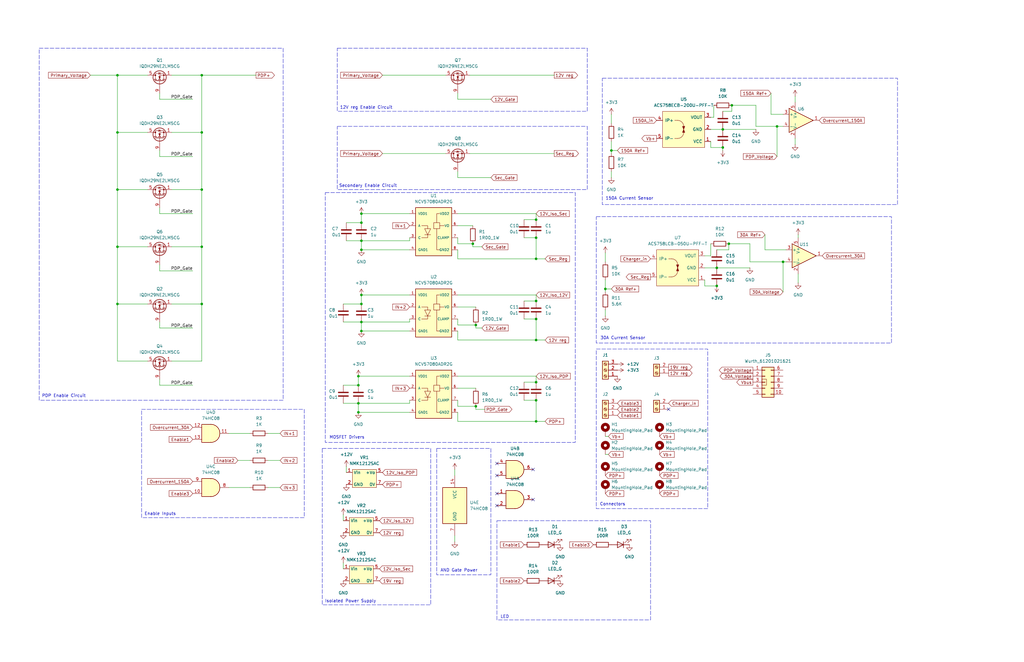
<source format=kicad_sch>
(kicad_sch (version 20231120) (generator "eeschema") (generator_version "8.0")
  (paper "USLedger")
  (lib_symbols
    (symbol "Mechanical:MountingHole_Pad" (pin_numbers hide) (pin_names (offset 1.016) hide) (exclude_from_sim yes) (in_bom no)
      (property "Reference" "H" (at 0 6.35 0))
      (property "Value" "MountingHole_Pad" (at 0 4.445 0))
      (symbol "MountingHole_Pad_1_1"
        (pin input line (at 0 -2.54 90) (length 2.54) (name "1") (number "1"))
      )
    )
    (symbol "power:+12V" (power) (pin_numbers hide) (pin_names (offset 0) hide)
      (property "Value" "+12V" (at 0 3.556 0))
      (symbol "+12V_1_1"
        (pin power_in line (at 0 0 90) (length 0) (name "~") (number "1"))
      )
    )
    (symbol "power:+3V3" (power) (pin_numbers hide) (pin_names (offset 0) hide)
      (property "Value" "+3V3" (at 0 3.556 0))
      (symbol "+3V3_1_1"
        (pin power_in line (at 0 0 90) (length 0) (name "~") (number "1"))
      )
    )
    (symbol "power:GND" (power) (pin_numbers hide) (pin_names (offset 0) hide)
      (property "Value" "GND" (at 0 -3.81 0))
      (symbol "GND_1_1"
        (pin power_in line (at 0 0 270) (length 0) (name "~") (number "1"))
      )
    )
    (symbol "rsx_Capacitors:0u1" (pin_numbers hide) (pin_names (offset 0.254))
      (property "Reference" "C" (at 0.635 2.54 0))
      (property "Value" "0u1" (at 0.635 -2.54 0))
      (symbol "0u1_1_1"
        (pin passive line (at 0 3.81 270) (length 2.794) (name "~") (number "1"))
        (pin passive line (at 0 -3.81 90) (length 2.794) (name "~") (number "2"))
      )
    )
    (symbol "rsx_Capacitors:1u" (pin_numbers hide) (pin_names (offset 0.254))
      (property "Reference" "C" (at 0.635 2.54 0))
      (property "Value" "1u" (at 0.635 -2.54 0))
      (symbol "1u_1_1"
        (pin passive line (at 0 3.81 270) (length 2.794) (name "~") (number "1"))
        (pin passive line (at 0 -3.81 90) (length 2.794) (name "~") (number "2"))
      )
    )
    (symbol "rsx_LEDs:LED_G" (pin_numbers hide) (pin_names (offset 1.016) hide)
      (property "Reference" "D" (at 0 2.54 0))
      (property "Value" "LED_G" (at 0 -2.54 0))
      (symbol "LED_G_1_1"
        (pin passive line (at -3.81 0 0) (length 2.54) (name "K") (number "1"))
        (pin passive line (at 3.81 0 180) (length 2.54) (name "A") (number "2"))
      )
    )
    (symbol "rsx_Resistors:100R" (pin_numbers hide) (pin_names (offset 0))
      (property "Reference" "R" (at 2.032 0 90))
      (property "Value" "100R" (at 0 0 90))
      (symbol "100R_1_1"
        (pin passive line (at 0 3.81 270) (length 1.27) (name "~") (number "1"))
        (pin passive line (at 0 -3.81 90) (length 1.27) (name "~") (number "2"))
      )
    )
    (symbol "rsx_Resistors:10K" (pin_numbers hide) (pin_names (offset 0))
      (property "Reference" "R" (at 2.032 0 90))
      (property "Value" "10K" (at 0 0 90))
      (symbol "10K_1_1"
        (pin passive line (at 0 3.81 270) (length 1.27) (name "~") (number "1"))
        (pin passive line (at 0 -3.81 90) (length 1.27) (name "~") (number "2"))
      )
    )
    (symbol "rsx_Resistors:1K" (pin_numbers hide) (pin_names (offset 0))
      (property "Reference" "R" (at 2.032 0 90))
      (property "Value" "1K" (at 0 0 90))
      (symbol "1K_1_1"
        (pin passive line (at 0 3.81 270) (length 1.27) (name "~") (number "1"))
        (pin passive line (at 0 -3.81 90) (length 1.27) (name "~") (number "2"))
      )
    )
    (symbol "rsx_Resistors:1R00_1W" (pin_numbers hide) (pin_names (offset 0))
      (property "Reference" "R" (at 2.032 0 90))
      (property "Value" "1R00_1W" (at 0 0 90))
      (symbol "1R00_1W_1_1"
        (pin passive line (at 0 3.81 270) (length 1.27) (name "~") (number "1"))
        (pin passive line (at 0 -3.81 90) (length 1.27) (name "~") (number "2"))
      )
    )
    (symbol "rsx_Transistors:IQDH29NE2LM5CG" (pin_names hide)
      (property "Reference" "Q" (at 5.08 1.905 0))
      (property "Value" "IQDH29NE2LM5CG" (at 5.08 0 0))
      (symbol "IQDH29NE2LM5CG_0_0"
        (pin passive line (at 2.54 5.08 270) (length 2.54) (name "D") (number "5"))
        (pin passive line (at 2.54 5.08 270) (length 2.54) hide (name "D") (number "6"))
        (pin passive line (at 2.54 5.08 270) (length 2.54) hide (name "D") (number "7"))
        (pin passive line (at 2.54 5.08 270) (length 2.54) hide (name "D") (number "8"))
        (pin passive line (at -5.08 0 0) (length 2.54) (name "G") (number "9"))
      )
      (symbol "IQDH29NE2LM5CG_1_1"
        (pin passive line (at 2.54 -5.08 90) (length 2.54) (name "S") (number "1"))
        (pin passive line (at 2.54 -5.08 90) (length 2.54) hide (name "S") (number "2"))
        (pin passive line (at 2.54 -5.08 90) (length 2.54) hide (name "S") (number "3"))
        (pin passive line (at 2.54 -5.08 90) (length 2.54) hide (name "S") (number "4"))
      )
    )
    (symbol "rsx_header:Wurth_61201021621" (pin_names (offset 1.016) hide)
      (property "Reference" "J7" (at 1.016 11.43 0))
      (property "Value" "Wurth_61201021621" (at 1.016 8.89 0))
      (symbol "Wurth_61201021621_1_1"
        (pin passive line (at -5.08 5.08 0) (length 3.81) (name "Pin_1") (number "1"))
        (pin passive line (at 7.62 -5.08 180) (length 3.81) (name "Pin_10") (number "10"))
        (pin passive line (at -5.08 2.54 0) (length 3.81) (name "Pin_2") (number "2"))
        (pin passive line (at -5.08 0 0) (length 3.81) (name "Pin_3") (number "3"))
        (pin passive line (at -5.08 -2.54 0) (length 3.81) (name "Pin_4") (number "4"))
        (pin passive line (at -5.08 -5.08 0) (length 3.81) (name "Pin_5") (number "5"))
        (pin passive line (at 7.62 5.08 180) (length 3.81) (name "Pin_6") (number "6"))
        (pin passive line (at 7.62 2.54 180) (length 3.81) (name "Pin_7") (number "7"))
        (pin passive line (at 7.62 0 180) (length 3.81) (name "Pin_8") (number "8"))
        (pin passive line (at 7.62 -2.54 180) (length 3.81) (name "Pin_9") (number "9"))
      )
    )
    (symbol "rsx_header_screw:Screw_Terminal_2x10.16" (pin_names (offset 1.016) hide)
      (property "Reference" "J" (at 0 2.54 0))
      (symbol "Screw_Terminal_2x10.16_1_1"
        (pin passive line (at -5.08 0 0) (length 3.81) (name "Pin_1") (number "1"))
        (pin passive line (at -5.08 -2.54 0) (length 3.81) (name "Pin_2") (number "2"))
      )
    )
    (symbol "rsx_header_screw:Screw_Terminal_3x5.08" (pin_names (offset 1.016) hide)
      (property "Reference" "J" (at 0 5.08 0))
      (symbol "Screw_Terminal_3x5.08_1_1"
        (pin passive line (at -5.08 2.54 0) (length 3.81) (name "Pin_1") (number "1"))
        (pin passive line (at -5.08 0 0) (length 3.81) (name "Pin_2") (number "2"))
        (pin passive line (at -5.08 -2.54 0) (length 3.81) (name "Pin_3") (number "3"))
      )
    )
    (symbol "rsx_isolated_drivers:NCV57080ADR2G" (pin_names (offset 1.016))
      (property "Reference" "U" (at 0 11.684 0))
      (property "Value" "NCV57080ADR2G" (at 0 13.97 0))
      (symbol "NCV57080ADR2G_0_0"
        (pin input line (at -10.16 2.54 0) (length 2.54) (name "A") (number "2"))
        (pin input line (at -10.16 -2.54 0) (length 2.54) (name "C") (number "3"))
      )
      (symbol "NCV57080ADR2G_1_0"
        (pin input line (at -10.16 7.62 0) (length 2.54) (name "VDD1") (number "1"))
        (pin input line (at -10.16 -7.62 0) (length 2.54) (name "GND1") (number "4"))
        (pin power_in line (at 10.16 7.62 180) (length 2.54) (name "VDD2") (number "5"))
        (pin output line (at 10.16 2.54 180) (length 2.54) (name "VO") (number "6"))
        (pin bidirectional line (at 10.16 -2.54 180) (length 2.54) (name "CLAMP") (number "7"))
        (pin power_in line (at 10.16 -7.62 180) (length 2.54) (name "GND2") (number "8"))
      )
    )
    (symbol "rsx_logic:74HC08" (pin_names (offset 1.016))
      (property "Reference" "U" (at 0 1.27 0))
      (property "Value" "74HC08" (at 0 -1.27 0))
      (symbol "74HC08_1_1"
        (pin input line (at -7.62 2.54 0) (length 3.81) (name "~") (number "1"))
        (pin input line (at -7.62 -2.54 0) (length 3.81) (name "~") (number "2"))
        (pin output line (at 7.62 0 180) (length 3.81) (name "~") (number "3"))
      )
      (symbol "74HC08_1_2"
        (pin input inverted (at -7.62 2.54 0) (length 4.318) (name "~") (number "1"))
        (pin input inverted (at -7.62 -2.54 0) (length 4.318) (name "~") (number "2"))
        (pin output inverted (at 7.62 0 180) (length 3.81) (name "~") (number "3"))
      )
      (symbol "74HC08_2_1"
        (pin input line (at -7.62 2.54 0) (length 3.81) (name "~") (number "4"))
        (pin input line (at -7.62 -2.54 0) (length 3.81) (name "~") (number "5"))
        (pin output line (at 7.62 0 180) (length 3.81) (name "~") (number "6"))
      )
      (symbol "74HC08_2_2"
        (pin input inverted (at -7.62 2.54 0) (length 4.318) (name "~") (number "4"))
        (pin input inverted (at -7.62 -2.54 0) (length 4.318) (name "~") (number "5"))
        (pin output inverted (at 7.62 0 180) (length 3.81) (name "~") (number "6"))
      )
      (symbol "74HC08_3_1"
        (pin input line (at -7.62 -2.54 0) (length 3.81) (name "~") (number "10"))
        (pin output line (at 7.62 0 180) (length 3.81) (name "~") (number "8"))
        (pin input line (at -7.62 2.54 0) (length 3.81) (name "~") (number "9"))
      )
      (symbol "74HC08_3_2"
        (pin input inverted (at -7.62 -2.54 0) (length 4.318) (name "~") (number "10"))
        (pin output inverted (at 7.62 0 180) (length 3.81) (name "~") (number "8"))
        (pin input inverted (at -7.62 2.54 0) (length 4.318) (name "~") (number "9"))
      )
      (symbol "74HC08_4_1"
        (pin output line (at 7.62 0 180) (length 3.81) (name "~") (number "11"))
        (pin input line (at -7.62 2.54 0) (length 3.81) (name "~") (number "12"))
        (pin input line (at -7.62 -2.54 0) (length 3.81) (name "~") (number "13"))
      )
      (symbol "74HC08_4_2"
        (pin output inverted (at 7.62 0 180) (length 3.81) (name "~") (number "11"))
        (pin input inverted (at -7.62 2.54 0) (length 4.318) (name "~") (number "12"))
        (pin input inverted (at -7.62 -2.54 0) (length 4.318) (name "~") (number "13"))
      )
      (symbol "74HC08_5_0"
        (pin power_in line (at 0 12.7 270) (length 5.08) (name "VCC") (number "14"))
        (pin power_in line (at 0 -12.7 90) (length 5.08) (name "GND") (number "7"))
      )
    )
    (symbol "rsx_opamps:LMV321A" (pin_names (offset 0.127))
      (property "Reference" "U" (at 0 5.08 0))
      (property "Value" "LMV321A" (at 0 -5.08 0))
      (symbol "LMV321A_0_1"
        (pin power_in line (at -2.54 -7.62 90) (length 3.81) (name "V-") (number "2"))
        (pin power_in line (at -2.54 7.62 270) (length 3.81) (name "V+") (number "5"))
      )
      (symbol "LMV321A_1_1"
        (pin output line (at 7.62 0 180) (length 2.54) (name "~") (number "1"))
        (pin input line (at -7.62 2.54 0) (length 2.54) (name "+") (number "3"))
        (pin input line (at -7.62 -2.54 0) (length 2.54) (name "-") (number "4"))
      )
    )
    (symbol "rsx_sensors:ACS758LCB-100B-PFF-T" (pin_names (offset 1.016))
      (property "Reference" "U" (at 0 10.922 0))
      (property "Value" "ACS758LCB-100B-PFF-T" (at 0 9.144 0))
      (symbol "ACS758LCB-100B-PFF-T_1_0"
        (pin power_in line (at -11.43 5.08 0) (length 2.54) (name "VCC") (number "1"))
        (pin power_in line (at -11.43 0 0) (length 2.54) (name "GND") (number "2"))
        (pin output line (at -11.43 -5.08 0) (length 2.54) (name "VOUT") (number "3"))
        (pin bidirectional line (at 11.43 -3.81 180) (length 2.54) (name "IP+") (number "4"))
        (pin bidirectional line (at 11.43 3.81 180) (length 2.54) (name "IP-") (number "5"))
      )
    )
    (symbol "rsx_voltage_regulation:NMK1212SAC"
      (property "Reference" "VR" (at -3.81 5.08 0))
      (property "Value" "NMK1212SAC" (at 0 -5.08 0))
      (symbol "NMK1212SAC_1_0"
        (pin unspecified line (at -7.62 2.54 0) (length 2.54) (name "Vin") (number "1"))
        (pin unspecified line (at -7.62 -2.54 0) (length 2.54) (name "GND") (number "2"))
        (pin unspecified line (at 7.62 2.54 180) (length 2.54) (name "+Vo") (number "5"))
        (pin no_connect line (at 7.62 0 180) (length 2.54) hide (name "NC") (number "6"))
        (pin unspecified line (at 7.62 -2.54 180) (length 2.54) (name "0V") (number "7"))
      )
    )
  )
  (junction (at 49.53 80.01))
  (junction (at 304.8 62.23))
  (junction (at 226.06 177.8))
  (junction (at 85.09 80.01))
  (junction (at 200.66 171.45))
  (junction (at 226.06 100.33))
  (junction (at 85.09 104.14))
  (junction (at 152.4 93.98))
  (junction (at 304.8 54.61))
  (junction (at 327.66 53.34))
  (junction (at 200.66 137.16))
  (junction (at 226.06 168.91))
  (junction (at 151.13 162.56))
  (junction (at 226.06 127))
  (junction (at 330.2 110.49))
  (junction (at 49.53 128.27))
  (junction (at 308.61 44.45))
  (junction (at 151.13 158.75))
  (junction (at 152.4 101.6))
  (junction (at 49.53 55.88))
  (junction (at 199.39 102.87))
  (junction (at 85.09 55.88))
  (junction (at 226.06 92.71))
  (junction (at 152.4 124.46))
  (junction (at 152.4 90.17))
  (junction (at 255.27 121.92))
  (junction (at 152.4 139.7))
  (junction (at 152.4 135.89))
  (junction (at 151.13 173.99))
  (junction (at 226.06 109.22))
  (junction (at 307.34 102.87))
  (junction (at 49.53 31.75))
  (junction (at 152.4 105.41))
  (junction (at 85.09 31.75))
  (junction (at 85.09 128.27))
  (junction (at 226.06 161.29))
  (junction (at 226.06 134.62))
  (junction (at 151.13 170.18))
  (junction (at 49.53 104.14))
  (junction (at 302.26 120.65))
  (junction (at 302.26 113.03))
  (junction (at 226.06 143.51))
  (junction (at 152.4 128.27))
  (junction (at 257.81 63.5))
  (no_connect (at 224.79 210.82))
  (no_connect (at 209.55 200.66))
  (no_connect (at 209.55 195.58))
  (no_connect (at 281.94 172.72))
  (no_connect (at 224.79 198.12))
  (no_connect (at 209.55 213.36))
  (no_connect (at 209.55 208.28))
  (wire (pts (xy 307.34 102.87) (xy 316.23 102.87)))
  (wire (pts (xy 327.66 53.34) (xy 327.66 66.04)))
  (wire (pts (xy 297.18 113.03) (xy 302.26 113.03)))
  (wire (pts (xy 308.61 44.45) (xy 318.77 44.45)))
  (wire (pts (xy 193.04 90.17) (xy 226.06 90.17)))
  (wire (pts (xy 152.4 105.41) (xy 172.72 105.41)))
  (wire (pts (xy 152.4 90.17) (xy 172.72 90.17)))
  (wire (pts (xy 49.53 55.88) (xy 62.23 55.88)))
  (wire (pts (xy 49.53 104.14) (xy 62.23 104.14)))
  (wire (pts (xy 299.72 102.87) (xy 299.72 107.95)))
  (wire (pts (xy 220.98 127) (xy 226.06 127)))
  (wire (pts (xy 257.81 48.26) (xy 257.81 52.07)))
  (wire (pts (xy 336.55 115.57) (xy 336.55 119.38)))
  (wire (pts (xy 193.04 102.87) (xy 193.04 100.33)))
  (wire (pts (xy 191.77 226.06) (xy 191.77 228.6)))
  (wire (pts (xy 96.52 205.74) (xy 105.41 205.74)))
  (wire (pts (xy 297.18 107.95) (xy 299.72 107.95)))
  (wire (pts (xy 144.78 162.56) (xy 151.13 162.56)))
  (wire (pts (xy 330.2 110.49) (xy 331.47 110.49)))
  (wire (pts (xy 226.06 177.8) (xy 229.87 177.8)))
  (wire (pts (xy 200.66 138.43) (xy 200.66 137.16)))
  (wire (pts (xy 146.05 101.6) (xy 152.4 101.6)))
  (wire (pts (xy 152.4 135.89) (xy 152.4 139.7)))
  (wire (pts (xy 226.06 134.62) (xy 226.06 143.51)))
  (wire (pts (xy 304.8 46.99) (xy 308.61 46.99)))
  (wire (pts (xy 85.09 80.01) (xy 85.09 104.14)))
  (wire (pts (xy 220.98 168.91) (xy 226.06 168.91)))
  (wire (pts (xy 172.72 168.91) (xy 172.72 170.18)))
  (wire (pts (xy 38.1 31.75) (xy 49.53 31.75)))
  (wire (pts (xy 81.28 41.91) (xy 67.31 41.91)))
  (wire (pts (xy 193.04 105.41) (xy 193.04 109.22)))
  (wire (pts (xy 85.09 104.14) (xy 85.09 128.27)))
  (wire (pts (xy 255.27 118.11) (xy 255.27 121.92)))
  (wire (pts (xy 255.27 121.92) (xy 255.27 123.19)))
  (wire (pts (xy 152.4 124.46) (xy 172.72 124.46)))
  (wire (pts (xy 322.58 105.41) (xy 331.47 105.41)))
  (wire (pts (xy 144.78 237.49) (xy 144.78 240.03)))
  (wire (pts (xy 191.77 198.12) (xy 191.77 200.66)))
  (wire (pts (xy 220.98 100.33) (xy 226.06 100.33)))
  (wire (pts (xy 297.18 118.11) (xy 297.18 120.65)))
  (wire (pts (xy 67.31 162.56) (xy 67.31 160.02)))
  (wire (pts (xy 152.4 135.89) (xy 172.72 135.89)))
  (wire (pts (xy 299.72 59.69) (xy 299.72 62.23)))
  (wire (pts (xy 255.27 184.15) (xy 256.54 184.15)))
  (wire (pts (xy 49.53 31.75) (xy 62.23 31.75)))
  (wire (pts (xy 144.78 217.17) (xy 144.78 219.71)))
  (wire (pts (xy 299.72 62.23) (xy 304.8 62.23)))
  (wire (pts (xy 336.55 99.06) (xy 336.55 100.33)))
  (wire (pts (xy 198.12 64.77) (xy 233.68 64.77)))
  (wire (pts (xy 85.09 55.88) (xy 85.09 80.01)))
  (wire (pts (xy 302.26 113.03) (xy 316.23 113.03)))
  (wire (pts (xy 203.2 138.43) (xy 200.66 138.43)))
  (wire (pts (xy 335.28 40.64) (xy 335.28 43.18)))
  (wire (pts (xy 85.09 55.88) (xy 72.39 55.88)))
  (wire (pts (xy 193.04 158.75) (xy 226.06 158.75)))
  (wire (pts (xy 81.28 66.04) (xy 67.31 66.04)))
  (wire (pts (xy 85.09 31.75) (xy 72.39 31.75)))
  (wire (pts (xy 316.23 102.87) (xy 316.23 110.49)))
  (wire (pts (xy 226.06 100.33) (xy 226.06 109.22)))
  (wire (pts (xy 49.53 128.27) (xy 62.23 128.27)))
  (wire (pts (xy 204.47 172.72) (xy 200.66 172.72)))
  (wire (pts (xy 193.04 163.83) (xy 200.66 163.83)))
  (wire (pts (xy 152.4 93.98) (xy 152.4 90.17)))
  (wire (pts (xy 193.04 177.8) (xy 226.06 177.8)))
  (wire (pts (xy 172.72 134.62) (xy 172.72 135.89)))
  (wire (pts (xy 226.06 124.46) (xy 226.06 127)))
  (wire (pts (xy 297.18 120.65) (xy 302.26 120.65)))
  (wire (pts (xy 193.04 137.16) (xy 200.66 137.16)))
  (wire (pts (xy 113.03 194.31) (xy 118.11 194.31)))
  (wire (pts (xy 67.31 41.91) (xy 67.31 39.37)))
  (wire (pts (xy 255.27 106.68) (xy 255.27 110.49)))
  (wire (pts (xy 193.04 173.99) (xy 193.04 177.8)))
  (wire (pts (xy 152.4 128.27) (xy 152.4 124.46)))
  (wire (pts (xy 307.34 105.41) (xy 302.26 105.41)))
  (wire (pts (xy 144.78 135.89) (xy 152.4 135.89)))
  (wire (pts (xy 81.28 138.43) (xy 67.31 138.43)))
  (wire (pts (xy 257.81 63.5) (xy 257.81 64.77)))
  (wire (pts (xy 151.13 173.99) (xy 172.72 173.99)))
  (wire (pts (xy 335.28 58.42) (xy 335.28 60.96)))
  (wire (pts (xy 304.8 54.61) (xy 318.77 54.61)))
  (wire (pts (xy 172.72 100.33) (xy 172.72 101.6)))
  (wire (pts (xy 49.53 31.75) (xy 49.53 55.88)))
  (wire (pts (xy 318.77 44.45) (xy 318.77 53.34)))
  (wire (pts (xy 67.31 66.04) (xy 67.31 63.5)))
  (wire (pts (xy 304.8 62.23) (xy 304.8 63.5)))
  (wire (pts (xy 325.12 48.26) (xy 330.2 48.26)))
  (wire (pts (xy 307.34 102.87) (xy 307.34 105.41)))
  (wire (pts (xy 152.4 139.7) (xy 172.72 139.7)))
  (wire (pts (xy 318.77 53.34) (xy 327.66 53.34)))
  (wire (pts (xy 226.06 90.17) (xy 226.06 92.71)))
  (wire (pts (xy 193.04 171.45) (xy 200.66 171.45)))
  (wire (pts (xy 200.66 172.72) (xy 200.66 171.45)))
  (wire (pts (xy 198.12 31.75) (xy 233.68 31.75)))
  (wire (pts (xy 193.04 74.93) (xy 193.04 72.39)))
  (wire (pts (xy 49.53 128.27) (xy 49.53 152.4)))
  (wire (pts (xy 81.28 90.17) (xy 67.31 90.17)))
  (wire (pts (xy 199.39 104.14) (xy 203.2 104.14)))
  (wire (pts (xy 151.13 170.18) (xy 172.72 170.18)))
  (wire (pts (xy 193.04 139.7) (xy 193.04 143.51)))
  (wire (pts (xy 207.01 41.91) (xy 193.04 41.91)))
  (wire (pts (xy 85.09 80.01) (xy 72.39 80.01)))
  (wire (pts (xy 260.35 63.5) (xy 257.81 63.5)))
  (wire (pts (xy 152.4 101.6) (xy 152.4 105.41)))
  (wire (pts (xy 67.31 138.43) (xy 67.31 135.89)))
  (wire (pts (xy 300.99 44.45) (xy 300.99 49.53)))
  (wire (pts (xy 207.01 74.93) (xy 193.04 74.93)))
  (wire (pts (xy 146.05 196.85) (xy 146.05 199.39)))
  (wire (pts (xy 85.09 128.27) (xy 85.09 152.4)))
  (wire (pts (xy 193.04 171.45) (xy 193.04 168.91)))
  (wire (pts (xy 146.05 93.98) (xy 152.4 93.98)))
  (wire (pts (xy 300.99 49.53) (xy 299.72 49.53)))
  (wire (pts (xy 193.04 129.54) (xy 200.66 129.54)))
  (wire (pts (xy 151.13 158.75) (xy 172.72 158.75)))
  (wire (pts (xy 220.98 134.62) (xy 226.06 134.62)))
  (wire (pts (xy 327.66 53.34) (xy 330.2 53.34)))
  (wire (pts (xy 193.04 41.91) (xy 193.04 39.37)))
  (wire (pts (xy 193.04 143.51) (xy 226.06 143.51)))
  (wire (pts (xy 49.53 152.4) (xy 62.23 152.4)))
  (wire (pts (xy 81.28 162.56) (xy 67.31 162.56)))
  (wire (pts (xy 85.09 128.27) (xy 72.39 128.27)))
  (wire (pts (xy 226.06 109.22) (xy 229.87 109.22)))
  (wire (pts (xy 299.72 54.61) (xy 304.8 54.61)))
  (wire (pts (xy 144.78 128.27) (xy 152.4 128.27)))
  (wire (pts (xy 193.04 124.46) (xy 226.06 124.46)))
  (wire (pts (xy 193.04 95.25) (xy 199.39 95.25)))
  (wire (pts (xy 226.06 143.51) (xy 229.87 143.51)))
  (wire (pts (xy 144.78 170.18) (xy 151.13 170.18)))
  (wire (pts (xy 113.03 205.74) (xy 118.11 205.74)))
  (wire (pts (xy 308.61 46.99) (xy 308.61 44.45)))
  (wire (pts (xy 67.31 90.17) (xy 67.31 87.63)))
  (wire (pts (xy 226.06 158.75) (xy 226.06 161.29)))
  (wire (pts (xy 257.81 59.69) (xy 257.81 63.5)))
  (wire (pts (xy 100.33 194.31) (xy 105.41 194.31)))
  (wire (pts (xy 255.27 191.77) (xy 256.54 191.77)))
  (wire (pts (xy 85.09 104.14) (xy 72.39 104.14)))
  (wire (pts (xy 49.53 104.14) (xy 49.53 128.27)))
  (wire (pts (xy 96.52 182.88) (xy 105.41 182.88)))
  (wire (pts (xy 152.4 101.6) (xy 172.72 101.6)))
  (wire (pts (xy 193.04 137.16) (xy 193.04 134.62)))
  (wire (pts (xy 85.09 31.75) (xy 85.09 55.88)))
  (wire (pts (xy 161.29 64.77) (xy 187.96 64.77)))
  (wire (pts (xy 151.13 170.18) (xy 151.13 173.99)))
  (wire (pts (xy 67.31 114.3) (xy 67.31 111.76)))
  (wire (pts (xy 107.95 31.75) (xy 85.09 31.75)))
  (wire (pts (xy 316.23 110.49) (xy 330.2 110.49)))
  (wire (pts (xy 322.58 99.06) (xy 322.58 105.41)))
  (wire (pts (xy 257.81 72.39) (xy 257.81 74.93)))
  (wire (pts (xy 220.98 92.71) (xy 226.06 92.71)))
  (wire (pts (xy 325.12 39.37) (xy 325.12 48.26)))
  (wire (pts (xy 226.06 168.91) (xy 226.06 177.8)))
  (wire (pts (xy 220.98 161.29) (xy 226.06 161.29)))
  (wire (pts (xy 199.39 104.14) (xy 199.39 102.87)))
  (wire (pts (xy 85.09 152.4) (xy 72.39 152.4)))
  (wire (pts (xy 49.53 80.01) (xy 49.53 104.14)))
  (wire (pts (xy 330.2 110.49) (xy 330.2 123.19)))
  (wire (pts (xy 118.11 182.88) (xy 113.03 182.88)))
  (wire (pts (xy 255.27 130.81) (xy 255.27 133.35)))
  (wire (pts (xy 49.53 80.01) (xy 62.23 80.01)))
  (wire (pts (xy 193.04 109.22) (xy 226.06 109.22)))
  (wire (pts (xy 193.04 102.87) (xy 199.39 102.87)))
  (wire (pts (xy 81.28 114.3) (xy 67.31 114.3)))
  (wire (pts (xy 49.53 55.88) (xy 49.53 80.01)))
  (wire (pts (xy 257.81 121.92) (xy 255.27 121.92)))
  (wire (pts (xy 161.29 31.75) (xy 187.96 31.75)))
  (wire (pts (xy 151.13 162.56) (xy 151.13 158.75)))
  (rectangle (start 135.89 189.23) (end 181.61 255.27) (stroke (width 0) (type dash)))
  (rectangle (start 209.55 219.71) (end 274.32 261.62) (stroke (width 0) (type dash)))
  (rectangle (start 142.24 20.32) (end 247.65 46.99) (stroke (width 0) (type dash)))
  (rectangle (start 251.46 91.44) (end 375.92 144.78) (stroke (width 0) (type dash)))
  (rectangle (start 254 33.02) (end 378.46 86.36) (stroke (width 0) (type dash)))
  (rectangle (start 251.46 147.32) (end 298.45 214.63) (stroke (width 0) (type dash)))
  (rectangle (start 142.24 53.34) (end 247.65 80.01) (stroke (width 0) (type dash)))
  (rectangle (start 137.16 81.28) (end 242.57 186.69) (stroke (width 0) (type dash)))
  (rectangle (start 16.51 20.32) (end 119.38 168.91) (stroke (width 0) (type dash)))
  (rectangle (start 184.15 189.23) (end 207.01 242.57) (stroke (width 0) (type dash)))
  (rectangle (start 59.69 172.72) (end 128.27 218.44) (stroke (width 0) (type dash)))
  (text "30A Current Sensor" (at 262.636 142.748 0) (effects (font (size 1.27 1.27))))
  (text "12V reg Enable Circuit" (at 154.432 45.466 0) (effects (font (size 1.27 1.27))))
  (text "LED" (at 212.852 260.35 0) (effects (font (size 1.27 1.27))))
  (text "AND Gate Power" (at 193.548 240.792 0) (effects (font (size 1.27 1.27))))
  (text "150A Current Sensor" (at 265.43 83.82 0) (effects (font (size 1.27 1.27))))
  (text "Isolated Power Supply\n" (at 147.828 253.746 0) (effects (font (size 1.27 1.27))))
  (text "Secondary Enable Circuit" (at 155.194 78.486 0) (effects (font (size 1.27 1.27))))
  (text "Enable Inputs" (at 67.564 216.916 0) (effects (font (size 1.27 1.27))))
  (text "PDP Enable Circuit" (at 26.924 167.132 0) (effects (font (size 1.27 1.27))))
  (text "MOSFET Drivers" (at 146.304 184.658 0) (effects (font (size 1.27 1.27))))
  (text "Connectors" (at 258.318 212.852 0) (effects (font (size 1.27 1.27))))
  (label "PDP_Gate" (at 81.28 66.04 180))
  (label "PDP_Gate" (at 81.28 114.3 180))
  (label "PDP_Gate" (at 81.28 162.56 180))
  (label "PDP_Gate" (at 81.28 90.17 180))
  (label "PDP_Gate" (at 81.28 138.43 180))
  (label "PDP_Gate" (at 81.28 41.91 180))
  (global_label "PDP_Voltage" (shape input) (at 327.66 66.04 180) (property "Intersheetrefs" "${INTERSHEET_REFS}" (effects (hide yes))))
  (global_label "IN+1" (shape input) (at 118.11 182.88 0) (property "Intersheetrefs" "${INTERSHEET_REFS}" (effects (hide yes))))
  (global_label "12V_Gate" (shape input) (at 207.01 41.91 0) (property "Intersheetrefs" "${INTERSHEET_REFS}" (effects (hide yes))))
  (global_label "12V_Iso_PDP" (shape input) (at 226.06 158.75 0) (property "Intersheetrefs" "${INTERSHEET_REFS}" (effects (hide yes))))
  (global_label "Overcurrent_30A" (shape input) (at 346.71 107.95 0) (property "Intersheetrefs" "${INTERSHEET_REFS}" (effects (hide yes))))
  (global_label "Sec_Reg" (shape output) (at 233.68 64.77 0) (property "Intersheetrefs" "${INTERSHEET_REFS}" (effects (hide yes))))
  (global_label "12V reg" (shape output) (at 233.68 31.75 0) (property "Intersheetrefs" "${INTERSHEET_REFS}" (effects (hide yes))))
  (global_label "IN+2" (shape input) (at 118.11 194.31 0) (property "Intersheetrefs" "${INTERSHEET_REFS}" (effects (hide yes))))
  (global_label "Enable2" (shape input) (at 100.33 194.31 180) (property "Intersheetrefs" "${INTERSHEET_REFS}" (effects (hide yes))))
  (global_label "PDP+" (shape input) (at 161.29 204.47 0) (property "Intersheetrefs" "${INTERSHEET_REFS}" (effects (hide yes))))
  (global_label "Enable1" (shape input) (at 220.98 229.87 180) (property "Intersheetrefs" "${INTERSHEET_REFS}" (effects (hide yes))))
  (global_label "Enable3" (shape input) (at 81.28 208.28 180) (property "Intersheetrefs" "${INTERSHEET_REFS}" (effects (hide yes))))
  (global_label "Overcurrent_150A" (shape input) (at 345.44 50.8 0) (property "Intersheetrefs" "${INTERSHEET_REFS}" (effects (hide yes))))
  (global_label "30A Ref+" (shape input) (at 322.58 99.06 180) (property "Intersheetrefs" "${INTERSHEET_REFS}" (effects (hide yes))))
  (global_label "PDP+" (shape input) (at 229.87 177.8 0) (property "Intersheetrefs" "${INTERSHEET_REFS}" (effects (hide yes))))
  (global_label "30A_Voltage" (shape output) (at 317.5 158.75 180) (property "Intersheetrefs" "${INTERSHEET_REFS}" (effects (hide yes))))
  (global_label "PDP_Voltage" (shape output) (at 317.5 156.21 180) (property "Intersheetrefs" "${INTERSHEET_REFS}" (effects (hide yes))))
  (global_label "Sec_Gate" (shape input) (at 207.01 74.93 0) (property "Intersheetrefs" "${INTERSHEET_REFS}" (effects (hide yes))))
  (global_label "Vb+" (shape input) (at 278.13 184.15 0) (property "Intersheetrefs" "${INTERSHEET_REFS}" (effects (hide yes))))
  (global_label "12V_Iso_12V" (shape input) (at 226.06 124.46 0) (property "Intersheetrefs" "${INTERSHEET_REFS}" (effects (hide yes))))
  (global_label "PDP_Gate" (shape output) (at 204.47 172.72 0) (property "Intersheetrefs" "${INTERSHEET_REFS}" (effects (hide yes))))
  (global_label "Vb+" (shape input) (at 256.54 184.15 0) (property "Intersheetrefs" "${INTERSHEET_REFS}" (effects (hide yes))))
  (global_label "PDP+" (shape input) (at 278.13 208.28 0) (property "Intersheetrefs" "${INTERSHEET_REFS}" (effects (hide yes))))
  (global_label "12V_Gate" (shape input) (at 203.2 138.43 0) (property "Intersheetrefs" "${INTERSHEET_REFS}" (effects (hide yes))))
  (global_label "19V reg" (shape input) (at 160.02 245.11 0) (property "Intersheetrefs" "${INTERSHEET_REFS}" (effects (hide yes))))
  (global_label "Enable2" (shape input) (at 260.35 172.72 0) (property "Intersheetrefs" "${INTERSHEET_REFS}" (effects (hide yes))))
  (global_label "Enable1" (shape input) (at 81.28 185.42 180) (property "Intersheetrefs" "${INTERSHEET_REFS}" (effects (hide yes))))
  (global_label "Overcurrent_30A" (shape input) (at 81.28 180.34 180) (property "Intersheetrefs" "${INTERSHEET_REFS}" (effects (hide yes))))
  (global_label "Overcurrent_150A" (shape input) (at 81.28 203.2 180) (property "Intersheetrefs" "${INTERSHEET_REFS}" (effects (hide yes))))
  (global_label "IN+3" (shape input) (at 172.72 163.83 180) (property "Intersheetrefs" "${INTERSHEET_REFS}" (effects (hide yes))))
  (global_label "PDP+" (shape output) (at 107.95 31.75 0) (property "Intersheetrefs" "${INTERSHEET_REFS}" (effects (hide yes))))
  (global_label "Primary_Voltage" (shape input) (at 161.29 31.75 180) (property "Intersheetrefs" "${INTERSHEET_REFS}" (effects (hide yes))))
  (global_label "12V reg" (shape input) (at 229.87 143.51 0) (property "Intersheetrefs" "${INTERSHEET_REFS}" (effects (hide yes))))
  (global_label "Charger_in" (shape input) (at 274.32 109.22 180) (property "Intersheetrefs" "${INTERSHEET_REFS}" (effects (hide yes))))
  (global_label "Enable2" (shape input) (at 220.98 245.11 180) (property "Intersheetrefs" "${INTERSHEET_REFS}" (effects (hide yes))))
  (global_label "30A_Voltage" (shape input) (at 330.2 123.19 180) (property "Intersheetrefs" "${INTERSHEET_REFS}" (effects (hide yes))))
  (global_label "IN+1" (shape input) (at 172.72 95.25 180) (property "Intersheetrefs" "${INTERSHEET_REFS}" (effects (hide yes))))
  (global_label "Primary_Voltage" (shape input) (at 161.29 64.77 180) (property "Intersheetrefs" "${INTERSHEET_REFS}" (effects (hide yes))))
  (global_label "Sec_Reg" (shape output) (at 274.32 116.84 180) (property "Intersheetrefs" "${INTERSHEET_REFS}" (effects (hide yes))))
  (global_label "12V_Iso_Sec" (shape input) (at 226.06 90.17 0) (property "Intersheetrefs" "${INTERSHEET_REFS}" (effects (hide yes))))
  (global_label "PDP+" (shape input) (at 278.13 200.66 0) (property "Intersheetrefs" "${INTERSHEET_REFS}" (effects (hide yes))))
  (global_label "19V reg" (shape output) (at 281.94 154.94 0) (property "Intersheetrefs" "${INTERSHEET_REFS}" (effects (hide yes))))
  (global_label "Vbus" (shape output) (at 317.5 161.29 180) (property "Intersheetrefs" "${INTERSHEET_REFS}" (effects (hide yes))))
  (global_label "Enable3" (shape input) (at 250.19 229.87 180) (property "Intersheetrefs" "${INTERSHEET_REFS}" (effects (hide yes))))
  (global_label "12V_Iso_12V" (shape input) (at 160.02 219.71 0) (property "Intersheetrefs" "${INTERSHEET_REFS}" (effects (hide yes))))
  (global_label "PDP+" (shape input) (at 255.27 208.28 0) (property "Intersheetrefs" "${INTERSHEET_REFS}" (effects (hide yes))))
  (global_label "12V reg" (shape output) (at 281.94 157.48 0) (property "Intersheetrefs" "${INTERSHEET_REFS}" (effects (hide yes))))
  (global_label "150A Ref+" (shape input) (at 325.12 39.37 180) (property "Intersheetrefs" "${INTERSHEET_REFS}" (effects (hide yes))))
  (global_label "12V_Iso_Sec" (shape input) (at 160.02 240.03 0) (property "Intersheetrefs" "${INTERSHEET_REFS}" (effects (hide yes))))
  (global_label "IN+3" (shape input) (at 118.11 205.74 0) (property "Intersheetrefs" "${INTERSHEET_REFS}" (effects (hide yes))))
  (global_label "Enable3" (shape input) (at 260.35 170.18 0) (property "Intersheetrefs" "${INTERSHEET_REFS}" (effects (hide yes))))
  (global_label "12V_Iso_PDP" (shape input) (at 161.29 199.39 0) (property "Intersheetrefs" "${INTERSHEET_REFS}" (effects (hide yes))))
  (global_label "30A Ref+" (shape input) (at 257.81 121.92 0) (property "Intersheetrefs" "${INTERSHEET_REFS}" (effects (hide yes))))
  (global_label "12V reg" (shape input) (at 160.02 224.79 0) (property "Intersheetrefs" "${INTERSHEET_REFS}" (effects (hide yes))))
  (global_label "IN+2" (shape input) (at 172.72 129.54 180) (property "Intersheetrefs" "${INTERSHEET_REFS}" (effects (hide yes))))
  (global_label "PDP+" (shape input) (at 255.27 200.66 0) (property "Intersheetrefs" "${INTERSHEET_REFS}" (effects (hide yes))))
  (global_label "Sec_Gate" (shape input) (at 203.2 104.14 0) (property "Intersheetrefs" "${INTERSHEET_REFS}" (effects (hide yes))))
  (global_label "Vb+" (shape input) (at 278.13 191.77 0) (property "Intersheetrefs" "${INTERSHEET_REFS}" (effects (hide yes))))
  (global_label "150A Ref+" (shape input) (at 260.35 63.5 0) (property "Intersheetrefs" "${INTERSHEET_REFS}" (effects (hide yes))))
  (global_label "Vb+" (shape input) (at 256.54 191.77 0) (property "Intersheetrefs" "${INTERSHEET_REFS}" (effects (hide yes))))
  (global_label "150A_in" (shape input) (at 276.86 50.8 180) (property "Intersheetrefs" "${INTERSHEET_REFS}" (effects (hide yes))))
  (global_label "Enable1" (shape input) (at 260.35 175.26 0) (property "Intersheetrefs" "${INTERSHEET_REFS}" (effects (hide yes))))
  (global_label "Vb+" (shape output) (at 276.86 58.42 180) (property "Intersheetrefs" "${INTERSHEET_REFS}" (effects (hide yes))))
  (global_label "Primary_Voltage" (shape input) (at 38.1 31.75 180) (property "Intersheetrefs" "${INTERSHEET_REFS}" (effects (hide yes))))
  (global_label "Sec_Reg" (shape input) (at 229.87 109.22 0) (property "Intersheetrefs" "${INTERSHEET_REFS}" (effects (hide yes))))
  (global_label "Charger_in" (shape input) (at 281.94 170.18 0) (property "Intersheetrefs" "${INTERSHEET_REFS}" (effects (hide yes))))
  (symbol (lib_id "rsx_Resistors:100R") (at 254 229.87 90) (unit 1)
    (property "Reference" "R15" (at 254 223.52 90))
    (property "Value" "100R" (at 254 226.06 90))
    (property "Footprint" "rsx_resistors:R_0603_1608Metric" (effects (hide yes)))
    (property "Description" "RES 100 OHM 1% 1/10W 0603" (effects (hide yes)))
    (property "MFR" "Stackpole Electronics Inc" (effects (hide yes)))
    (property "DPN" "RMCF0603FT100RCT-ND" (effects (hide yes)))
    (property "MPN" "RMCF0603FT100R" (effects (hide yes)))
  )
  (symbol (lib_id "power:+3V3") (at 335.28 40.64 0) (unit 1)
    (property "Reference" "#PWR025" (effects (hide yes)))
    (property "Value" "+3V3" (at 335.28 35.56 0))
    (property "Description" "Power symbol creates a global label with name \"+3V3\"" (effects (hide yes)))
  )
  (symbol (lib_id "power:+3V3") (at 336.55 99.06 0) (unit 1)
    (property "Reference" "#PWR019" (effects (hide yes)))
    (property "Value" "+3V3" (at 336.55 93.98 0))
    (property "Description" "Power symbol creates a global label with name \"+3V3\"" (effects (hide yes)))
  )
  (symbol (lib_id "rsx_Resistors:1K") (at 109.22 194.31 90) (unit 1)
    (property "Reference" "R9" (at 109.22 187.96 90))
    (property "Value" "1K" (at 109.22 190.5 90))
    (property "Footprint" "rsx_resistors:R_0603_1608Metric" (effects (hide yes)))
    (property "Description" "RES 1K OHM 1% 1/10W 0603" (effects (hide yes)))
    (property "MFR" "Stackpole Electronics Inc" (effects (hide yes)))
    (property "DPN" "RMCF0603FT1K00CT-ND" (effects (hide yes)))
    (property "MPN" "RMCF0603FT1K00" (effects (hide yes)))
  )
  (symbol (lib_id "rsx_logic:74HC08") (at 191.77 213.36 0) (unit 5)
    (property "Reference" "U4" (at 198.12 212.0899 0) (effects (justify left)))
    (property "Value" "74HC08" (at 198.12 214.6299 0) (effects (justify left)))
    (property "Footprint" "rsx_packages_SO:TSSOP-14_4.4x5mm_P0.65mm_DL" (effects (hide yes)))
    (property "Description" "IC GATE AND 4CH 2-INP 14TSSOP" (effects (hide yes)))
    (property "MFR" "Texas Instruments" (effects (hide yes)))
    (property "DPN" "296-31561-1-ND" (effects (hide yes)))
    (property "MPN" "CD74HC08PWR" (effects (hide yes)))
  )
  (symbol (lib_id "rsx_Capacitors:0u1") (at 220.98 96.52 0) (unit 1)
    (property "Reference" "C10" (at 214.884 95.25 0) (effects (justify left)))
    (property "Value" "0u1" (at 214.884 97.79 0) (effects (justify left)))
    (property "Footprint" "rsx_capacitors:C_0603_1608Metric" (effects (hide yes)))
    (property "Description" "CAP CER 0.1UF 50V X7R 0603" (effects (hide yes)))
    (property "MFR" "TDK Corporation" (effects (hide yes)))
    (property "DPN" "445-1314-1-ND" (effects (hide yes)))
    (property "MPN" "C1608X7R1H104K080AA" (effects (hide yes)))
  )
  (symbol (lib_id "rsx_logic:74HC08") (at 88.9 205.74 0) (unit 3)
    (property "Reference" "U4" (at 88.8917 196.85 0))
    (property "Value" "74HC08" (at 88.8917 199.39 0))
    (property "Footprint" "rsx_packages_SO:TSSOP-14_4.4x5mm_P0.65mm_DL" (effects (hide yes)))
    (property "Description" "IC GATE AND 4CH 2-INP 14TSSOP" (effects (hide yes)))
    (property "MFR" "Texas Instruments" (effects (hide yes)))
    (property "DPN" "296-31561-1-ND" (effects (hide yes)))
    (property "MPN" "CD74HC08PWR" (effects (hide yes)))
  )
  (symbol (lib_id "Mechanical:MountingHole_Pad") (at 255.27 189.23 0) (unit 1) (exclude_from_sim yes) (in_bom no)
    (property "Reference" "H2" (at 257.81 186.6899 0) (effects (justify left)))
    (property "Value" "MountingHole_Pad" (at 257.81 189.2299 0) (effects (justify left)))
    (property "Footprint" "MountingHole:MountingHole_6.4mm_M6_Pad_TopBottom" (effects (hide yes)))
    (property "Description" "Mounting Hole with connection" (effects (hide yes)))
  )
  (symbol (lib_id "rsx_Capacitors:0u1") (at 144.78 166.37 0) (unit 1)
    (property "Reference" "C9" (at 138.684 165.1 0) (effects (justify left)))
    (property "Value" "0u1" (at 138.684 167.64 0) (effects (justify left)))
    (property "Footprint" "rsx_capacitors:C_0603_1608Metric" (effects (hide yes)))
    (property "Description" "CAP CER 0.1UF 50V X7R 0603" (effects (hide yes)))
    (property "MFR" "TDK Corporation" (effects (hide yes)))
    (property "DPN" "445-1314-1-ND" (effects (hide yes)))
    (property "MPN" "C1608X7R1H104K080AA" (effects (hide yes)))
  )
  (symbol (lib_id "rsx_header_screw:Screw_Terminal_3x5.08") (at 255.27 156.21 180) (unit 1)
    (property "Reference" "J1" (at 255.27 149.86 0))
    (property "Value" "Screw_Terminal_3x5.08" (effects (hide yes)))
    (property "Footprint" "rsx_headers_screw:Molex_0398800303" (effects (hide yes)))
    (property "Description" "TERM BLK 3P SIDE ENT 5.08MM PCB" (effects (hide yes)))
    (property "MFR" "Molex" (effects (hide yes)))
    (property "DPN" "WM6289-ND" (effects (hide yes)))
    (property "MPN" "0398800303" (effects (hide yes)))
  )
  (symbol (lib_id "rsx_Transistors:IQDH29NE2LM5CG") (at 67.31 154.94 90) (unit 1)
    (property "Reference" "Q4" (at 67.31 146.05 90))
    (property "Value" "IQDH29NE2LM5CG" (at 67.31 148.59 90))
    (property "Footprint" "rsx_packages_TO_SOT:IFX-PG-TTFN-9-2-V" (effects (hide yes)))
    (property "Description" "N-Channel 25 V 75A (Ta), 789A (Tc) 2.5W (Ta), 278W (Tc) Surface Mount PG-TTFN-9-U02" (effects (hide yes)))
    (property "MFR" "Infineon Technologies" (effects (hide yes)))
    (property "DPN" "448-IQDH29NE2LM5CGATMA1CT-ND" (effects (hide yes)))
    (property "MPN" "IQDH29NE2LM5CGATMA1" (effects (hide yes)))
  )
  (symbol (lib_id "rsx_Capacitors:0u1") (at 302.26 109.22 0) (unit 1)
    (property "Reference" "C15" (at 306.07 107.9499 0) (effects (justify left)))
    (property "Value" "0u1" (at 306.07 110.4899 0) (effects (justify left)))
    (property "Footprint" "rsx_capacitors:C_0603_1608Metric" (effects (hide yes)))
    (property "Description" "CAP CER 0.1UF 50V X7R 0603" (effects (hide yes)))
    (property "MFR" "TDK Corporation" (effects (hide yes)))
    (property "DPN" "445-1314-1-ND" (effects (hide yes)))
    (property "MPN" "C1608X7R1H104K080AA" (effects (hide yes)))
  )
  (symbol (lib_id "rsx_voltage_regulation:NMK1212SAC") (at 152.4 222.25 0) (unit 1)
    (property "Reference" "VR2" (at 152.4 213.36 0))
    (property "Value" "NMK1212SAC" (at 152.4 215.9 0))
    (property "Footprint" "rsx_misc:Converter_DCDC_muRata_NMKDxxxxSAC_THT" (effects (hide yes)))
    (property "Description" "DC DC CONVERTER 12V 2W" (effects (hide yes)))
    (property "MFR" "Murata Power Solutions Inc." (effects (hide yes)))
    (property "DPN" "811-1552-5-ND" (effects (hide yes)))
    (property "MPN" "NMK1212SAC" (effects (hide yes)))
  )
  (symbol (lib_id "power:+3V3") (at 257.81 48.26 0) (unit 1)
    (property "Reference" "#PWR021" (effects (hide yes)))
    (property "Value" "+3V3" (at 257.81 43.18 0))
    (property "Description" "Power symbol creates a global label with name \"+3V3\"" (effects (hide yes)))
  )
  (symbol (lib_id "power:+3V3") (at 304.8 63.5 180) (unit 1)
    (property "Reference" "#PWR023" (effects (hide yes)))
    (property "Value" "+3V3" (at 304.8 68.58 0))
    (property "Description" "Power symbol creates a global label with name \"+3V3\"" (effects (hide yes)))
  )
  (symbol (lib_id "Mechanical:MountingHole_Pad") (at 255.27 198.12 0) (unit 1) (exclude_from_sim yes) (in_bom no)
    (property "Reference" "H5" (at 257.81 195.5799 0) (effects (justify left)))
    (property "Value" "MountingHole_Pad" (at 257.81 198.1199 0) (effects (justify left)))
    (property "Footprint" "MountingHole:MountingHole_6.4mm_M6_Pad_TopBottom" (effects (hide yes)))
    (property "Description" "Mounting Hole with connection" (effects (hide yes)))
  )
  (symbol (lib_id "rsx_header_screw:Screw_Terminal_2x10.16") (at 276.86 172.72 180) (unit 1)
    (property "Reference" "J4" (at 276.86 166.37 0))
    (property "Value" "Screw_Terminal_2x10.16" (effects (hide yes)))
    (property "Footprint" "rsx_headers_screw:Amphenol_VP0265540000G" (effects (hide yes)))
    (property "Description" "TERM BLK 2P SIDE ENT 10.16MM PCB" (effects (hide yes)))
    (property "MFR" "Amphenol Anytek" (effects (hide yes)))
    (property "DPN" "VP0265540000G-ND" (effects (hide yes)))
    (property "MPN" "VP0265540000G" (effects (hide yes)))
  )
  (symbol (lib_id "power:GND") (at 144.78 245.11 0) (unit 1)
    (property "Reference" "#PWR014" (effects (hide yes)))
    (property "Value" "GND" (at 144.78 250.19 0))
    (property "Description" "Power symbol creates a global label with name \"GND\" , ground" (effects (hide yes)))
  )
  (symbol (lib_id "rsx_Capacitors:1u") (at 226.06 96.52 0) (unit 1)
    (property "Reference" "C1" (at 229.87 95.2499 0) (effects (justify left)))
    (property "Value" "1u" (at 229.87 97.7899 0) (effects (justify left)))
    (property "Footprint" "rsx_capacitors:C_0805_2012Metric" (effects (hide yes)))
    (property "Description" "CAP CER 1UF 50V X7R 0805" (effects (hide yes)))
    (property "MFR" "Samsung Electro-Mechanics" (effects (hide yes)))
    (property "DPN" "1276-1029-1-ND" (effects (hide yes)))
    (property "MPN" "CL21B105KBFNNNE" (effects (hide yes)))
  )
  (symbol (lib_id "rsx_sensors:ACS758LCB-100B-PFF-T") (at 288.29 54.61 180) (unit 1)
    (property "Reference" "U5" (at 288.29 41.91 0))
    (property "Value" "ACS758ECB-200U-PFF-T" (at 288.29 44.45 0))
    (property "Footprint" "rsx_misc:Allegro_CB_PFF" (effects (hide yes)))
    (property "Description" "SENSOR CURRENT HALL 200A 5-CB" (effects (hide yes)))
    (property "MFR" "Analog Devices Inc./Maxim Integrated" (effects (hide yes)))
    (property "DPN" "620-1356-ND" (effects (hide yes)))
    (property "MPN" "ACS758ECB-200U-PFF-T" (effects (hide yes)))
  )
  (symbol (lib_id "rsx_opamps:LMV321A") (at 337.82 50.8 0) (unit 1)
    (property "Reference" "U6" (at 337.82 45.974 0))
    (property "Value" "LMV321A" (effects (hide yes)))
    (property "Footprint" "rsx_packages_TO_SOT:SOT-23-5" (effects (hide yes)))
    (property "Datasheet" "http://www.ti.com/lit/ds/symlink/lmv324.pdf" (effects (hide yes)))
    (property "Description" "General Purpose Amplifier 1 Circuit Rail-to-Rail SOT-23-5" (effects (hide yes)))
    (property "MFR" "Texas Instruments" (effects (hide yes)))
    (property "DPN" "296-51364-1-ND" (effects (hide yes)))
    (property "MPN" "LMV321AIDBVR" (effects (hide yes)))
  )
  (symbol (lib_id "power:GND") (at 265.43 229.87 0) (unit 1)
    (property "Reference" "#PWR029" (effects (hide yes)))
    (property "Value" "GND" (at 265.43 234.95 0))
    (property "Description" "Power symbol creates a global label with name \"GND\" , ground" (effects (hide yes)))
  )
  (symbol (lib_id "power:+3V3") (at 255.27 106.68 0) (unit 1)
    (property "Reference" "#PWR015" (effects (hide yes)))
    (property "Value" "+3V3" (at 255.27 101.6 0))
    (property "Description" "Power symbol creates a global label with name \"+3V3\"" (effects (hide yes)))
  )
  (symbol (lib_id "Mechanical:MountingHole_Pad") (at 278.13 198.12 0) (unit 1) (exclude_from_sim yes) (in_bom no)
    (property "Reference" "H7" (at 280.67 195.5799 0) (effects (justify left)))
    (property "Value" "MountingHole_Pad" (at 280.67 198.1199 0) (effects (justify left)))
    (property "Footprint" "MountingHole:MountingHole_6.4mm_M6_Pad_TopBottom" (effects (hide yes)))
    (property "Description" "Mounting Hole with connection" (effects (hide yes)))
  )
  (symbol (lib_id "rsx_Capacitors:0u1") (at 220.98 165.1 0) (unit 1)
    (property "Reference" "C12" (at 214.884 163.83 0) (effects (justify left)))
    (property "Value" "0u1" (at 214.884 166.37 0) (effects (justify left)))
    (property "Footprint" "rsx_capacitors:C_0603_1608Metric" (effects (hide yes)))
    (property "Description" "CAP CER 0.1UF 50V X7R 0603" (effects (hide yes)))
    (property "MFR" "TDK Corporation" (effects (hide yes)))
    (property "DPN" "445-1314-1-ND" (effects (hide yes)))
    (property "MPN" "C1608X7R1H104K080AA" (effects (hide yes)))
  )
  (symbol (lib_id "Mechanical:MountingHole_Pad") (at 278.13 181.61 0) (unit 1) (exclude_from_sim yes) (in_bom no)
    (property "Reference" "H3" (at 280.67 179.0699 0) (effects (justify left)))
    (property "Value" "MountingHole_Pad" (at 280.67 181.6099 0) (effects (justify left)))
    (property "Footprint" "MountingHole:MountingHole_6.4mm_M6_Pad_TopBottom" (effects (hide yes)))
    (property "Description" "Mounting Hole with connection" (effects (hide yes)))
  )
  (symbol (lib_id "rsx_isolated_drivers:NCV57080ADR2G") (at 182.88 97.79 0) (unit 1)
    (property "Reference" "U1" (at 182.88 82.55 0))
    (property "Value" "NCV57080ADR2G" (at 182.88 85.09 0))
    (property "Footprint" "rsx_packages_SO:SOIC-8_3.9x4.9mm_P1.27mm_DL" (effects (hide yes)))
    (property "Description" "DGTL ISO 1.2KV 1CH GT DVR 8SOIC" (effects (hide yes)))
    (property "MFR" "onsemi" (effects (hide yes)))
    (property "DPN" "488-NCV57080ADR2GCT-ND" (effects (hide yes)))
    (property "MPN" "NCV57080ADR2G" (effects (hide yes)))
  )
  (symbol (lib_id "rsx_isolated_drivers:NCV57080ADR2G") (at 182.88 166.37 0) (unit 1)
    (property "Reference" "U3" (at 182.88 151.13 0))
    (property "Value" "NCV57080ADR2G" (at 182.88 153.67 0))
    (property "Footprint" "rsx_packages_SO:SOIC-8_3.9x4.9mm_P1.27mm_DL" (effects (hide yes)))
    (property "Description" "DGTL ISO 1.2KV 1CH GT DVR 8SOIC" (effects (hide yes)))
    (property "MFR" "onsemi" (effects (hide yes)))
    (property "DPN" "488-NCV57080ADR2GCT-ND" (effects (hide yes)))
    (property "MPN" "NCV57080ADR2G" (effects (hide yes)))
  )
  (symbol (lib_id "rsx_Transistors:IQDH29NE2LM5CG") (at 67.31 130.81 90) (unit 1)
    (property "Reference" "Q2" (at 67.31 121.92 90))
    (property "Value" "IQDH29NE2LM5CG" (at 67.31 124.46 90))
    (property "Footprint" "rsx_packages_TO_SOT:IFX-PG-TTFN-9-2-V" (effects (hide yes)))
    (property "Description" "N-Channel 25 V 75A (Ta), 789A (Tc) 2.5W (Ta), 278W (Tc) Surface Mount PG-TTFN-9-U02" (effects (hide yes)))
    (property "MFR" "Infineon Technologies" (effects (hide yes)))
    (property "DPN" "448-IQDH29NE2LM5CGATMA1CT-ND" (effects (hide yes)))
    (property "MPN" "IQDH29NE2LM5CGATMA1" (effects (hide yes)))
  )
  (symbol (lib_id "rsx_Resistors:100R") (at 224.79 229.87 90) (unit 1)
    (property "Reference" "R13" (at 224.79 223.52 90))
    (property "Value" "100R" (at 224.79 226.06 90))
    (property "Footprint" "rsx_resistors:R_0603_1608Metric" (effects (hide yes)))
    (property "Description" "RES 100 OHM 1% 1/10W 0603" (effects (hide yes)))
    (property "MFR" "Stackpole Electronics Inc" (effects (hide yes)))
    (property "DPN" "RMCF0603FT100RCT-ND" (effects (hide yes)))
    (property "MPN" "RMCF0603FT100R" (effects (hide yes)))
  )
  (symbol (lib_id "power:GND") (at 335.28 60.96 0) (unit 1)
    (property "Reference" "#PWR026" (effects (hide yes)))
    (property "Value" "GND" (at 335.28 66.04 0))
    (property "Description" "Power symbol creates a global label with name \"GND\" , ground" (effects (hide yes)))
  )
  (symbol (lib_id "rsx_LEDs:LED_G") (at 232.41 245.11 180) (unit 1)
    (property "Reference" "D2" (at 233.9975 237.49 0))
    (property "Value" "LED_G" (at 233.9975 240.03 0))
    (property "Footprint" "rsx_leds:LED_0805_2012Metric" (effects (hide yes)))
    (property "Description" "LED GREEN CLEAR SMD" (effects (hide yes)))
    (property "MFR" "Lite-On Inc." (effects (hide yes)))
    (property "DPN" "160-1179-1-ND" (effects (hide yes)))
    (property "MPN" "LTST-C170GKT" (effects (hide yes)))
  )
  (symbol (lib_id "rsx_Resistors:1R00_1W") (at 200.66 167.64 0) (unit 1)
    (property "Reference" "R6" (at 203.2 166.3699 0) (effects (justify left)))
    (property "Value" "1R00_1W" (at 203.2 168.9099 0) (effects (justify left)))
    (property "Footprint" "rsx_resistors:R_2512_6332Metric" (effects (hide yes)))
    (property "Description" "RES 1 OHM 1% 1W 2512" (effects (hide yes)))
    (property "MFR" "Stackpole Electronics Inc" (effects (hide yes)))
    (property "DPN" "RMCF2512FT1R00CT-ND" (effects (hide yes)))
    (property "MPN" "RMCF2512FT1R00" (effects (hide yes)))
  )
  (symbol (lib_id "rsx_header_screw:Screw_Terminal_2x10.16") (at 276.86 157.48 180) (unit 1)
    (property "Reference" "J3" (at 276.86 151.13 0))
    (property "Value" "Screw_Terminal_2x10.16" (effects (hide yes)))
    (property "Footprint" "rsx_headers_screw:Amphenol_VP0265540000G" (effects (hide yes)))
    (property "Description" "TERM BLK 2P SIDE ENT 10.16MM PCB" (effects (hide yes)))
    (property "MFR" "Amphenol Anytek" (effects (hide yes)))
    (property "DPN" "VP0265540000G-ND" (effects (hide yes)))
    (property "MPN" "VP0265540000G" (effects (hide yes)))
  )
  (symbol (lib_id "rsx_Resistors:10K") (at 255.27 127 0) (unit 1)
    (property "Reference" "R11" (at 257.81 125.7299 0) (effects (justify left)))
    (property "Value" "5.6K" (at 257.81 128.2699 0) (effects (justify left)))
    (property "Footprint" "rsx_resistors:R_0603_1608Metric" (effects (hide yes)))
    (property "Description" "RES 10K OHM 1% 1/10W 0603" (effects (hide yes)))
    (property "MFR" "Stackpole Electronics Inc" (effects (hide yes)))
    (property "DPN" "RMCF0603FT10K0CT-ND" (effects (hide yes)))
    (property "MPN" "RMCF0603FT10K0" (effects (hide yes)))
  )
  (symbol (lib_id "power:GND") (at 260.35 158.75 0) (unit 1)
    (property "Reference" "#PWR032" (effects (hide yes)))
    (property "Value" "GND" (at 260.35 163.83 0))
    (property "Description" "Power symbol creates a global label with name \"GND\" , ground" (effects (hide yes)))
  )
  (symbol (lib_id "Mechanical:MountingHole_Pad") (at 278.13 205.74 0) (unit 1) (exclude_from_sim yes) (in_bom no)
    (property "Reference" "H8" (at 280.67 203.1999 0) (effects (justify left)))
    (property "Value" "MountingHole_Pad" (at 280.67 205.7399 0) (effects (justify left)))
    (property "Footprint" "MountingHole:MountingHole_6.4mm_M6_Pad_TopBottom" (effects (hide yes)))
    (property "Description" "Mounting Hole with connection" (effects (hide yes)))
  )
  (symbol (lib_id "rsx_Resistors:1K") (at 109.22 205.74 90) (unit 1)
    (property "Reference" "R10" (at 109.22 199.39 90))
    (property "Value" "1K" (at 109.22 201.93 90))
    (property "Footprint" "rsx_resistors:R_0603_1608Metric" (effects (hide yes)))
    (property "Description" "RES 1K OHM 1% 1/10W 0603" (effects (hide yes)))
    (property "MFR" "Stackpole Electronics Inc" (effects (hide yes)))
    (property "DPN" "RMCF0603FT1K00CT-ND" (effects (hide yes)))
    (property "MPN" "RMCF0603FT1K00" (effects (hide yes)))
  )
  (symbol (lib_id "power:+12V") (at 144.78 237.49 0) (unit 1)
    (property "Reference" "#PWR08" (effects (hide yes)))
    (property "Value" "+12V" (at 144.78 232.41 0))
    (property "Description" "Power symbol creates a global label with name \"+12V\"" (effects (hide yes)))
  )
  (symbol (lib_id "rsx_Transistors:IQDH29NE2LM5CG") (at 67.31 106.68 90) (unit 1)
    (property "Reference" "Q6" (at 67.31 97.79 90))
    (property "Value" "IQDH29NE2LM5CG" (at 67.31 100.33 90))
    (property "Footprint" "rsx_packages_TO_SOT:IFX-PG-TTFN-9-2-V" (effects (hide yes)))
    (property "Description" "N-Channel 25 V 75A (Ta), 789A (Tc) 2.5W (Ta), 278W (Tc) Surface Mount PG-TTFN-9-U02" (effects (hide yes)))
    (property "MFR" "Infineon Technologies" (effects (hide yes)))
    (property "DPN" "448-IQDH29NE2LM5CGATMA1CT-ND" (effects (hide yes)))
    (property "MPN" "IQDH29NE2LM5CGATMA1" (effects (hide yes)))
  )
  (symbol (lib_id "rsx_Transistors:IQDH29NE2LM5CG") (at 67.31 58.42 90) (unit 1)
    (property "Reference" "Q3" (at 67.31 49.53 90))
    (property "Value" "IQDH29NE2LM5CG" (at 67.31 52.07 90))
    (property "Footprint" "rsx_packages_TO_SOT:IFX-PG-TTFN-9-2-V" (effects (hide yes)))
    (property "Description" "N-Channel 25 V 75A (Ta), 789A (Tc) 2.5W (Ta), 278W (Tc) Surface Mount PG-TTFN-9-U02" (effects (hide yes)))
    (property "MFR" "Infineon Technologies" (effects (hide yes)))
    (property "DPN" "448-IQDH29NE2LM5CGATMA1CT-ND" (effects (hide yes)))
    (property "MPN" "IQDH29NE2LM5CGATMA1" (effects (hide yes)))
  )
  (symbol (lib_id "rsx_Capacitors:1u") (at 152.4 132.08 0) (unit 1)
    (property "Reference" "C3" (at 154.94 130.81 0) (effects (justify left)))
    (property "Value" "1u" (at 154.94 133.35 0) (effects (justify left)))
    (property "Footprint" "rsx_capacitors:C_0805_2012Metric" (effects (hide yes)))
    (property "Description" "CAP CER 1UF 50V X7R 0805" (effects (hide yes)))
    (property "MFR" "Samsung Electro-Mechanics" (effects (hide yes)))
    (property "DPN" "1276-1029-1-ND" (effects (hide yes)))
    (property "MPN" "CL21B105KBFNNNE" (effects (hide yes)))
  )
  (symbol (lib_id "rsx_voltage_regulation:NMK1212SAC") (at 152.4 242.57 0) (unit 1)
    (property "Reference" "VR3" (at 152.4 233.68 0))
    (property "Value" "NMK1212SAC" (at 152.4 236.22 0))
    (property "Footprint" "rsx_misc:Converter_DCDC_muRata_NMKDxxxxSAC_THT" (effects (hide yes)))
    (property "Description" "DC DC CONVERTER 12V 2W" (effects (hide yes)))
    (property "MFR" "Murata Power Solutions Inc." (effects (hide yes)))
    (property "DPN" "811-1552-5-ND" (effects (hide yes)))
    (property "MPN" "NMK1212SAC" (effects (hide yes)))
  )
  (symbol (lib_id "rsx_Transistors:IQDH29NE2LM5CG") (at 67.31 82.55 90) (unit 1)
    (property "Reference" "Q5" (at 67.31 73.66 90))
    (property "Value" "IQDH29NE2LM5CG" (at 67.31 76.2 90))
    (property "Footprint" "rsx_packages_TO_SOT:IFX-PG-TTFN-9-2-V" (effects (hide yes)))
    (property "Description" "N-Channel 25 V 75A (Ta), 789A (Tc) 2.5W (Ta), 278W (Tc) Surface Mount PG-TTFN-9-U02" (effects (hide yes)))
    (property "MFR" "Infineon Technologies" (effects (hide yes)))
    (property "DPN" "448-IQDH29NE2LM5CGATMA1CT-ND" (effects (hide yes)))
    (property "MPN" "IQDH29NE2LM5CGATMA1" (effects (hide yes)))
  )
  (symbol (lib_id "power:+12V") (at 146.05 196.85 0) (unit 1)
    (property "Reference" "#PWR05" (effects (hide yes)))
    (property "Value" "+12V" (at 146.05 191.77 0))
    (property "Description" "Power symbol creates a global label with name \"+12V\"" (effects (hide yes)))
  )
  (symbol (lib_id "power:+3V3") (at 152.4 90.17 0) (unit 1)
    (property "Reference" "#PWR011" (effects (hide yes)))
    (property "Value" "+3V3" (at 152.4 85.09 0))
    (property "Description" "Power symbol creates a global label with name \"+3V3\"" (effects (hide yes)))
  )
  (symbol (lib_id "power:GND") (at 316.23 113.03 0) (unit 1)
    (property "Reference" "#PWR018" (effects (hide yes)))
    (property "Value" "GND" (at 316.23 118.11 0))
    (property "Description" "Power symbol creates a global label with name \"GND\" , ground" (effects (hide yes)))
  )
  (symbol (lib_id "rsx_opamps:LMV321A") (at 339.09 107.95 0) (unit 1)
    (property "Reference" "U11" (at 339.09 103.124 0))
    (property "Value" "LMV321A" (effects (hide yes)))
    (property "Footprint" "rsx_packages_TO_SOT:SOT-23-5" (effects (hide yes)))
    (property "Datasheet" "http://www.ti.com/lit/ds/symlink/lmv324.pdf" (effects (hide yes)))
    (property "Description" "General Purpose Amplifier 1 Circuit Rail-to-Rail SOT-23-5" (effects (hide yes)))
    (property "MFR" "Texas Instruments" (effects (hide yes)))
    (property "DPN" "296-51364-1-ND" (effects (hide yes)))
    (property "MPN" "LMV321AIDBVR" (effects (hide yes)))
  )
  (symbol (lib_id "power:+12V") (at 144.78 217.17 0) (unit 1)
    (property "Reference" "#PWR06" (effects (hide yes)))
    (property "Value" "+12V" (at 144.78 212.09 0))
    (property "Description" "Power symbol creates a global label with name \"+12V\"" (effects (hide yes)))
  )
  (symbol (lib_id "rsx_Capacitors:1u") (at 151.13 166.37 0) (unit 1)
    (property "Reference" "C5" (at 154.94 165.0999 0) (effects (justify left)))
    (property "Value" "1u" (at 154.94 167.6399 0) (effects (justify left)))
    (property "Footprint" "rsx_capacitors:C_0805_2012Metric" (effects (hide yes)))
    (property "Description" "CAP CER 1UF 50V X7R 0805" (effects (hide yes)))
    (property "MFR" "Samsung Electro-Mechanics" (effects (hide yes)))
    (property "DPN" "1276-1029-1-ND" (effects (hide yes)))
    (property "MPN" "CL21B105KBFNNNE" (effects (hide yes)))
  )
  (symbol (lib_id "rsx_Capacitors:0u1") (at 304.8 58.42 0) (unit 1)
    (property "Reference" "C14" (at 308.61 57.1499 0) (effects (justify left)))
    (property "Value" "0u1" (at 308.61 59.6899 0) (effects (justify left)))
    (property "Footprint" "rsx_capacitors:C_0603_1608Metric" (effects (hide yes)))
    (property "Description" "CAP CER 0.1UF 50V X7R 0603" (effects (hide yes)))
    (property "MFR" "TDK Corporation" (effects (hide yes)))
    (property "DPN" "445-1314-1-ND" (effects (hide yes)))
    (property "MPN" "C1608X7R1H104K080AA" (effects (hide yes)))
  )
  (symbol (lib_id "Mechanical:MountingHole_Pad") (at 255.27 181.61 0) (unit 1) (exclude_from_sim yes) (in_bom no)
    (property "Reference" "H1" (at 257.81 179.0699 0) (effects (justify left)))
    (property "Value" "MountingHole_Pad" (at 257.81 181.6099 0) (effects (justify left)))
    (property "Footprint" "MountingHole:MountingHole_6.4mm_M6_Pad_TopBottom" (effects (hide yes)))
    (property "Description" "Mounting Hole with connection" (effects (hide yes)))
  )
  (symbol (lib_id "power:GND") (at 336.55 119.38 0) (unit 1)
    (property "Reference" "#PWR020" (effects (hide yes)))
    (property "Value" "GND" (at 336.55 124.46 0))
    (property "Description" "Power symbol creates a global label with name \"GND\" , ground" (effects (hide yes)))
  )
  (symbol (lib_id "rsx_Capacitors:0u1") (at 144.78 132.08 0) (unit 1)
    (property "Reference" "C8" (at 138.684 130.81 0) (effects (justify left)))
    (property "Value" "0u1" (at 138.684 133.35 0) (effects (justify left)))
    (property "Footprint" "rsx_capacitors:C_0603_1608Metric" (effects (hide yes)))
    (property "Description" "CAP CER 0.1UF 50V X7R 0603" (effects (hide yes)))
    (property "MFR" "TDK Corporation" (effects (hide yes)))
    (property "DPN" "445-1314-1-ND" (effects (hide yes)))
    (property "MPN" "C1608X7R1H104K080AA" (effects (hide yes)))
  )
  (symbol (lib_id "rsx_isolated_drivers:NCV57080ADR2G") (at 182.88 132.08 0) (unit 1)
    (property "Reference" "U2" (at 182.88 116.84 0))
    (property "Value" "NCV57080ADR2G" (at 182.88 119.38 0))
    (property "Footprint" "rsx_packages_SO:SOIC-8_3.9x4.9mm_P1.27mm_DL" (effects (hide yes)))
    (property "Description" "DGTL ISO 1.2KV 1CH GT DVR 8SOIC" (effects (hide yes)))
    (property "MFR" "onsemi" (effects (hide yes)))
    (property "DPN" "488-NCV57080ADR2GCT-ND" (effects (hide yes)))
    (property "MPN" "NCV57080ADR2G" (effects (hide yes)))
  )
  (symbol (lib_id "rsx_Resistors:10K") (at 257.81 68.58 0) (unit 1)
    (property "Reference" "R7" (at 260.35 67.3099 0) (effects (justify left)))
    (property "Value" "10K" (at 260.35 69.8499 0) (effects (justify left)))
    (property "Footprint" "rsx_resistors:R_0603_1608Metric" (effects (hide yes)))
    (property "Description" "RES 10K OHM 1% 1/10W 0603" (effects (hide yes)))
    (property "MFR" "Stackpole Electronics Inc" (effects (hide yes)))
    (property "DPN" "RMCF0603FT10K0CT-ND" (effects (hide yes)))
    (property "MPN" "RMCF0603FT10K0" (effects (hide yes)))
  )
  (symbol (lib_id "rsx_logic:74HC08") (at 217.17 198.12 0) (unit 2)
    (property "Reference" "U4" (at 217.1617 189.23 0))
    (property "Value" "74HC08" (at 217.1617 191.77 0))
    (property "Footprint" "rsx_packages_SO:TSSOP-14_4.4x5mm_P0.65mm_DL" (effects (hide yes)))
    (property "Description" "IC GATE AND 4CH 2-INP 14TSSOP" (effects (hide yes)))
    (property "MFR" "Texas Instruments" (effects (hide yes)))
    (property "DPN" "296-31561-1-ND" (effects (hide yes)))
    (property "MPN" "CD74HC08PWR" (effects (hide yes)))
  )
  (symbol (lib_id "rsx_Resistors:1K") (at 109.22 182.88 90) (unit 1)
    (property "Reference" "R3" (at 109.22 176.53 90))
    (property "Value" "1K" (at 109.22 179.07 90))
    (property "Footprint" "rsx_resistors:R_0603_1608Metric" (effects (hide yes)))
    (property "Description" "RES 1K OHM 1% 1/10W 0603" (effects (hide yes)))
    (property "MFR" "Stackpole Electronics Inc" (effects (hide yes)))
    (property "DPN" "RMCF0603FT1K00CT-ND" (effects (hide yes)))
    (property "MPN" "RMCF0603FT1K00" (effects (hide yes)))
  )
  (symbol (lib_id "rsx_sensors:ACS758LCB-100B-PFF-T") (at 285.75 113.03 180) (unit 1)
    (property "Reference" "U7" (at 285.75 100.33 0))
    (property "Value" "ACS758LCB-050U-PFF-T" (at 285.75 102.87 0))
    (property "Footprint" "rsx_misc:Allegro_CB_PFF" (effects (hide yes)))
    (property "Description" "SENSOR CURRENT HALL 50A 5-CB" (effects (hide yes)))
    (property "MFR" "Analog Devices Inc./Maxim Integrated" (effects (hide yes)))
    (property "DPN" "620-1353-ND" (effects (hide yes)))
    (property "MPN" "ACS758LCB-050U-PFF-T" (effects (hide yes)))
  )
  (symbol (lib_id "power:GND") (at 236.22 229.87 0) (unit 1)
    (property "Reference" "#PWR027" (effects (hide yes)))
    (property "Value" "GND" (at 236.22 234.95 0))
    (property "Description" "Power symbol creates a global label with name \"GND\" , ground" (effects (hide yes)))
  )
  (symbol (lib_id "power:+12V") (at 260.35 153.67 270) (unit 1)
    (property "Reference" "#PWR031" (effects (hide yes)))
    (property "Value" "+12V" (at 264.16 153.6699 90) (effects (justify left)))
    (property "Description" "Power symbol creates a global label with name \"+12V\"" (effects (hide yes)))
  )
  (symbol (lib_id "power:GND") (at 257.81 74.93 0) (unit 1)
    (property "Reference" "#PWR022" (effects (hide yes)))
    (property "Value" "GND" (at 257.81 80.01 0))
    (property "Description" "Power symbol creates a global label with name \"GND\" , ground" (effects (hide yes)))
  )
  (symbol (lib_id "rsx_logic:74HC08") (at 88.9 182.88 0) (unit 4)
    (property "Reference" "U4" (at 88.8917 173.99 0))
    (property "Value" "74HC08" (at 88.8917 176.53 0))
    (property "Footprint" "rsx_packages_SO:TSSOP-14_4.4x5mm_P0.65mm_DL" (effects (hide yes)))
    (property "Description" "IC GATE AND 4CH 2-INP 14TSSOP" (effects (hide yes)))
    (property "MFR" "Texas Instruments" (effects (hide yes)))
    (property "DPN" "296-31561-1-ND" (effects (hide yes)))
    (property "MPN" "CD74HC08PWR" (effects (hide yes)))
  )
  (symbol (lib_id "rsx_Capacitors:0u1") (at 304.8 50.8 0) (unit 1)
    (property "Reference" "C13" (at 308.61 49.5299 0) (effects (justify left)))
    (property "Value" "0u1" (at 308.61 52.0699 0) (effects (justify left)))
    (property "Footprint" "rsx_capacitors:C_0603_1608Metric" (effects (hide yes)))
    (property "Description" "CAP CER 0.1UF 50V X7R 0603" (effects (hide yes)))
    (property "MFR" "TDK Corporation" (effects (hide yes)))
    (property "DPN" "445-1314-1-ND" (effects (hide yes)))
    (property "MPN" "C1608X7R1H104K080AA" (effects (hide yes)))
  )
  (symbol (lib_id "rsx_Resistors:1R00_1W") (at 199.39 99.06 0) (unit 1)
    (property "Reference" "R1" (at 201.93 97.7899 0) (effects (justify left)))
    (property "Value" "1R00_1W" (at 201.93 100.3299 0) (effects (justify left)))
    (property "Footprint" "rsx_resistors:R_2512_6332Metric" (effects (hide yes)))
    (property "Description" "RES 1 OHM 1% 1W 2512" (effects (hide yes)))
    (property "MFR" "Stackpole Electronics Inc" (effects (hide yes)))
    (property "DPN" "RMCF2512FT1R00CT-ND" (effects (hide yes)))
    (property "MPN" "RMCF2512FT1R00" (effects (hide yes)))
  )
  (symbol (lib_id "rsx_Transistors:IQDH29NE2LM5CG") (at 193.04 34.29 90) (unit 1)
    (property "Reference" "Q7" (at 193.04 25.4 90))
    (property "Value" "IQDH29NE2LM5CG" (at 193.04 27.94 90))
    (property "Footprint" "rsx_packages_TO_SOT:IFX-PG-TTFN-9-2-V" (effects (hide yes)))
    (property "Description" "N-Channel 25 V 75A (Ta), 789A (Tc) 2.5W (Ta), 278W (Tc) Surface Mount PG-TTFN-9-U02" (effects (hide yes)))
    (property "MFR" "Infineon Technologies" (effects (hide yes)))
    (property "DPN" "448-IQDH29NE2LM5CGATMA1CT-ND" (effects (hide yes)))
    (property "MPN" "IQDH29NE2LM5CGATMA1" (effects (hide yes)))
  )
  (symbol (lib_id "Mechanical:MountingHole_Pad") (at 255.27 205.74 0) (unit 1) (exclude_from_sim yes) (in_bom no)
    (property "Reference" "H6" (at 257.81 203.1999 0) (effects (justify left)))
    (property "Value" "MountingHole_Pad" (at 257.81 205.7399 0) (effects (justify left)))
    (property "Footprint" "MountingHole:MountingHole_6.4mm_M6_Pad_TopBottom" (effects (hide yes)))
    (property "Description" "Mounting Hole with connection" (effects (hide yes)))
  )
  (symbol (lib_id "power:GND") (at 255.27 133.35 0) (unit 1)
    (property "Reference" "#PWR016" (effects (hide yes)))
    (property "Value" "GND" (at 255.27 138.43 0))
    (property "Description" "Power symbol creates a global label with name \"GND\" , ground" (effects (hide yes)))
  )
  (symbol (lib_id "rsx_Capacitors:0u1") (at 220.98 130.81 0) (unit 1)
    (property "Reference" "C11" (at 214.884 129.54 0) (effects (justify left)))
    (property "Value" "0u1" (at 214.884 132.08 0) (effects (justify left)))
    (property "Footprint" "rsx_capacitors:C_0603_1608Metric" (effects (hide yes)))
    (property "Description" "CAP CER 0.1UF 50V X7R 0603" (effects (hide yes)))
    (property "MFR" "TDK Corporation" (effects (hide yes)))
    (property "DPN" "445-1314-1-ND" (effects (hide yes)))
    (property "MPN" "C1608X7R1H104K080AA" (effects (hide yes)))
  )
  (symbol (lib_id "rsx_LEDs:LED_G") (at 232.41 229.87 180) (unit 1)
    (property "Reference" "D1" (at 233.9975 222.25 0))
    (property "Value" "LED_G" (at 233.9975 224.79 0))
    (property "Footprint" "rsx_leds:LED_0805_2012Metric" (effects (hide yes)))
    (property "Description" "LED GREEN CLEAR SMD" (effects (hide yes)))
    (property "MFR" "Lite-On Inc." (effects (hide yes)))
    (property "DPN" "160-1179-1-ND" (effects (hide yes)))
    (property "MPN" "LTST-C170GKT" (effects (hide yes)))
  )
  (symbol (lib_id "rsx_Resistors:10K") (at 303.53 102.87 90) (unit 1)
    (property "Reference" "R12" (at 303.53 96.52 90))
    (property "Value" "10K" (at 303.53 99.06 90))
    (property "Footprint" "rsx_resistors:R_0603_1608Metric" (effects (hide yes)))
    (property "Description" "RES 10K OHM 1% 1/10W 0603" (effects (hide yes)))
    (property "MFR" "Stackpole Electronics Inc" (effects (hide yes)))
    (property "DPN" "RMCF0603FT10K0CT-ND" (effects (hide yes)))
    (property "MPN" "RMCF0603FT10K0" (effects (hide yes)))
  )
  (symbol (lib_id "power:+3V3") (at 151.13 158.75 0) (unit 1)
    (property "Reference" "#PWR013" (effects (hide yes)))
    (property "Value" "+3V3" (at 151.13 153.67 0))
    (property "Description" "Power symbol creates a global label with name \"+3V3\"" (effects (hide yes)))
  )
  (symbol (lib_id "power:+3V3") (at 152.4 124.46 0) (unit 1)
    (property "Reference" "#PWR012" (effects (hide yes)))
    (property "Value" "+3V3" (at 152.4 119.38 0))
    (property "Description" "Power symbol creates a global label with name \"+3V3\"" (effects (hide yes)))
  )
  (symbol (lib_id "rsx_logic:74HC08") (at 217.17 210.82 0) (unit 1)
    (property "Reference" "U4" (at 217.1617 201.93 0))
    (property "Value" "74HC08" (at 217.1617 204.47 0))
    (property "Footprint" "rsx_packages_SO:TSSOP-14_4.4x5mm_P0.65mm_DL" (effects (hide yes)))
    (property "Description" "IC GATE AND 4CH 2-INP 14TSSOP" (effects (hide yes)))
    (property "MFR" "Texas Instruments" (effects (hide yes)))
    (property "DPN" "296-31561-1-ND" (effects (hide yes)))
    (property "MPN" "CD74HC08PWR" (effects (hide yes)))
  )
  (symbol (lib_id "power:GND") (at 236.22 245.11 0) (unit 1)
    (property "Reference" "#PWR028" (effects (hide yes)))
    (property "Value" "GND" (at 236.22 250.19 0))
    (property "Description" "Power symbol creates a global label with name \"GND\" , ground" (effects (hide yes)))
  )
  (symbol (lib_id "power:GND") (at 318.77 54.61 0) (unit 1)
    (property "Reference" "#PWR024" (effects (hide yes)))
    (property "Value" "GND" (at 318.77 59.69 0))
    (property "Description" "Power symbol creates a global label with name \"GND\" , ground" (effects (hide yes)))
  )
  (symbol (lib_id "rsx_Transistors:IQDH29NE2LM5CG") (at 67.31 34.29 90) (unit 1)
    (property "Reference" "Q1" (at 67.31 25.4 90))
    (property "Value" "IQDH29NE2LM5CG" (at 67.31 27.94 90))
    (property "Footprint" "rsx_packages_TO_SOT:IFX-PG-TTFN-9-2-V" (effects (hide yes)))
    (property "Description" "N-Channel 25 V 75A (Ta), 789A (Tc) 2.5W (Ta), 278W (Tc) Surface Mount PG-TTFN-9-U02" (effects (hide yes)))
    (property "MFR" "Infineon Technologies" (effects (hide yes)))
    (property "DPN" "448-IQDH29NE2LM5CGATMA1CT-ND" (effects (hide yes)))
    (property "MPN" "IQDH29NE2LM5CGATMA1" (effects (hide yes)))
  )
  (symbol (lib_id "power:GND") (at 191.77 228.6 0) (unit 1)
    (property "Reference" "#PWR010" (effects (hide yes)))
    (property "Value" "GND" (at 191.77 233.68 0))
    (property "Description" "Power symbol creates a global label with name \"GND\" , ground" (effects (hide yes)))
  )
  (symbol (lib_id "rsx_Capacitors:0u1") (at 302.26 116.84 0) (unit 1)
    (property "Reference" "C16" (at 306.07 115.5699 0) (effects (justify left)))
    (property "Value" "0u1" (at 306.07 118.1099 0) (effects (justify left)))
    (property "Footprint" "rsx_capacitors:C_0603_1608Metric" (effects (hide yes)))
    (property "Description" "CAP CER 0.1UF 50V X7R 0603" (effects (hide yes)))
    (property "MFR" "TDK Corporation" (effects (hide yes)))
    (property "DPN" "445-1314-1-ND" (effects (hide yes)))
    (property "MPN" "C1608X7R1H104K080AA" (effects (hide yes)))
  )
  (symbol (lib_id "Mechanical:MountingHole_Pad") (at 278.13 189.23 0) (unit 1) (exclude_from_sim yes) (in_bom no)
    (property "Reference" "H4" (at 280.67 186.6899 0) (effects (justify left)))
    (property "Value" "MountingHole_Pad" (at 280.67 189.2299 0) (effects (justify left)))
    (property "Footprint" "MountingHole:MountingHole_6.4mm_M6_Pad_TopBottom" (effects (hide yes)))
    (property "Description" "Mounting Hole with connection" (effects (hide yes)))
  )
  (symbol (lib_id "rsx_Resistors:1K") (at 257.81 55.88 0) (unit 1)
    (property "Reference" "R4" (at 260.35 54.6099 0) (effects (justify left)))
    (property "Value" "1K" (at 260.35 57.1499 0) (effects (justify left)))
    (property "Footprint" "rsx_resistors:R_0603_1608Metric" (effects (hide yes)))
    (property "Description" "RES 1K OHM 1% 1/10W 0603" (effects (hide yes)))
    (property "MFR" "Stackpole Electronics Inc" (effects (hide yes)))
    (property "DPN" "RMCF0603FT1K00CT-ND" (effects (hide yes)))
    (property "MPN" "RMCF0603FT1K00" (effects (hide yes)))
  )
  (symbol (lib_id "power:GND") (at 151.13 173.99 0) (unit 1)
    (property "Reference" "#PWR03" (effects (hide yes)))
    (property "Value" "GND" (at 151.13 179.07 0))
    (property "Description" "Power symbol creates a global label with name \"GND\" , ground" (effects (hide yes)))
  )
  (symbol (lib_id "power:GND") (at 152.4 105.41 0) (unit 1)
    (property "Reference" "#PWR01" (effects (hide yes)))
    (property "Value" "GND" (at 152.4 110.49 0))
    (property "Description" "Power symbol creates a global label with name \"GND\" , ground" (effects (hide yes)))
  )
  (symbol (lib_id "rsx_LEDs:LED_G") (at 261.62 229.87 180) (unit 1)
    (property "Reference" "D3" (at 263.2075 222.25 0))
    (property "Value" "LED_G" (at 263.2075 224.79 0))
    (property "Footprint" "rsx_leds:LED_0805_2012Metric" (effects (hide yes)))
    (property "Description" "LED GREEN CLEAR SMD" (effects (hide yes)))
    (property "MFR" "Lite-On Inc." (effects (hide yes)))
    (property "DPN" "160-1179-1-ND" (effects (hide yes)))
    (property "MPN" "LTST-C170GKT" (effects (hide yes)))
  )
  (symbol (lib_id "rsx_Capacitors:1u") (at 226.06 130.81 0) (unit 1)
    (property "Reference" "C4" (at 229.87 129.5399 0) (effects (justify left)))
    (property "Value" "1u" (at 229.87 132.0799 0) (effects (justify left)))
    (property "Footprint" "rsx_capacitors:C_0805_2012Metric" (effects (hide yes)))
    (property "Description" "CAP CER 1UF 50V X7R 0805" (effects (hide yes)))
    (property "MFR" "Samsung Electro-Mechanics" (effects (hide yes)))
    (property "DPN" "1276-1029-1-ND" (effects (hide yes)))
    (property "MPN" "CL21B105KBFNNNE" (effects (hide yes)))
  )
  (symbol (lib_id "rsx_Resistors:10K") (at 304.8 44.45 90) (unit 1)
    (property "Reference" "R8" (at 304.8 38.1 90))
    (property "Value" "10K" (at 304.8 40.64 90))
    (property "Footprint" "rsx_resistors:R_0603_1608Metric" (effects (hide yes)))
    (property "Description" "RES 10K OHM 1% 1/10W 0603" (effects (hide yes)))
    (property "MFR" "Stackpole Electronics Inc" (effects (hide yes)))
    (property "DPN" "RMCF0603FT10K0CT-ND" (effects (hide yes)))
    (property "MPN" "RMCF0603FT10K0" (effects (hide yes)))
  )
  (symbol (lib_id "rsx_Transistors:IQDH29NE2LM5CG") (at 193.04 67.31 90) (unit 1)
    (property "Reference" "Q8" (at 193.04 58.42 90))
    (property "Value" "IQDH29NE2LM5CG" (at 193.04 60.96 90))
    (property "Footprint" "rsx_packages_TO_SOT:IFX-PG-TTFN-9-2-V" (effects (hide yes)))
    (property "Description" "N-Channel 25 V 75A (Ta), 789A (Tc) 2.5W (Ta), 278W (Tc) Surface Mount PG-TTFN-9-U02" (effects (hide yes)))
    (property "MFR" "Infineon Technologies" (effects (hide yes)))
    (property "DPN" "448-IQDH29NE2LM5CGATMA1CT-ND" (effects (hide yes)))
    (property "MPN" "IQDH29NE2LM5CGATMA1" (effects (hide yes)))
  )
  (symbol (lib_id "rsx_header:Wurth_61201021621") (at 322.58 161.29 0) (unit 1)
    (property "Reference" "J5" (at 323.85 149.86 0))
    (property "Value" "Wurth_61201021621" (at 323.85 152.4 0))
    (property "Footprint" "rsx_headers:Wurth_61201021621" (effects (hide yes)))
    (property "Description" "CONN HEADER VERT 10POS 2.54MM" (effects (hide yes)))
    (property "MFR" "Würth Elektronik" (effects (hide yes)))
    (property "DPN" "732-2094-ND" (effects (hide yes)))
    (property "MPN" "61201021621" (effects (hide yes)))
  )
  (symbol (lib_id "rsx_Resistors:10K") (at 255.27 114.3 0) (unit 1)
    (property "Reference" "R5" (at 257.81 113.0299 0) (effects (justify left)))
    (property "Value" "10K" (at 257.81 115.5699 0) (effects (justify left)))
    (property "Footprint" "rsx_resistors:R_0603_1608Metric" (effects (hide yes)))
    (property "Description" "RES 10K OHM 1% 1/10W 0603" (effects (hide yes)))
    (property "MFR" "Stackpole Electronics Inc" (effects (hide yes)))
    (property "DPN" "RMCF0603FT10K0CT-ND" (effects (hide yes)))
    (property "MPN" "RMCF0603FT10K0" (effects (hide yes)))
  )
  (symbol (lib_id "rsx_Capacitors:1u") (at 152.4 97.79 0) (unit 1)
    (property "Reference" "C2" (at 156.21 96.5199 0) (effects (justify left)))
    (property "Value" "1u" (at 156.21 99.0599 0) (effects (justify left)))
    (property "Footprint" "rsx_capacitors:C_0805_2012Metric" (effects (hide yes)))
    (property "Description" "CAP CER 1UF 50V X7R 0805" (effects (hide yes)))
    (property "MFR" "Samsung Electro-Mechanics" (effects (hide yes)))
    (property "DPN" "1276-1029-1-ND" (effects (hide yes)))
    (property "MPN" "CL21B105KBFNNNE" (effects (hide yes)))
  )
  (symbol (lib_id "power:+3V3") (at 260.35 156.21 270) (unit 1)
    (property "Reference" "#PWR030" (effects (hide yes)))
    (property "Value" "+3V3" (at 264.16 156.2099 90) (effects (justify left)))
    (property "Description" "Power symbol creates a global label with name \"+3V3\"" (effects (hide yes)))
  )
  (symbol (lib_id "rsx_voltage_regulation:NMK1212SAC") (at 153.67 201.93 0) (unit 1)
    (property "Reference" "VR1" (at 153.67 193.04 0))
    (property "Value" "NMK1212SAC" (at 153.67 195.58 0))
    (property "Footprint" "rsx_misc:Converter_DCDC_muRata_NMKDxxxxSAC_THT" (effects (hide yes)))
    (property "Description" "DC DC CONVERTER 12V 2W" (effects (hide yes)))
    (property "MFR" "Murata Power Solutions Inc." (effects (hide yes)))
    (property "DPN" "811-1552-5-ND" (effects (hide yes)))
    (property "MPN" "NMK1212SAC" (effects (hide yes)))
  )
  (symbol (lib_id "rsx_Resistors:1R00_1W") (at 200.66 133.35 0) (unit 1)
    (property "Reference" "R2" (at 203.2 132.0799 0) (effects (justify left)))
    (property "Value" "1R00_1W" (at 203.2 134.6199 0) (effects (justify left)))
    (property "Footprint" "rsx_resistors:R_2512_6332Metric" (effects (hide yes)))
    (property "Description" "RES 1 OHM 1% 1W 2512" (effects (hide yes)))
    (property "MFR" "Stackpole Electronics Inc" (effects (hide yes)))
    (property "DPN" "RMCF2512FT1R00CT-ND" (effects (hide yes)))
    (property "MPN" "RMCF2512FT1R00" (effects (hide yes)))
  )
  (symbol (lib_id "rsx_Resistors:100R") (at 224.79 245.11 90) (unit 1)
    (property "Reference" "R14" (at 224.79 238.76 90))
    (property "Value" "100R" (at 224.79 241.3 90))
    (property "Footprint" "rsx_resistors:R_0603_1608Metric" (effects (hide yes)))
    (property "Description" "RES 100 OHM 1% 1/10W 0603" (effects (hide yes)))
    (property "MFR" "Stackpole Electronics Inc" (effects (hide yes)))
    (property "DPN" "RMCF0603FT100RCT-ND" (effects (hide yes)))
    (property "MPN" "RMCF0603FT100R" (effects (hide yes)))
  )
  (symbol (lib_id "power:+3V3") (at 191.77 198.12 0) (unit 1)
    (property "Reference" "#PWR09" (effects (hide yes)))
    (property "Value" "+3V3" (at 191.77 193.04 0))
    (property "Description" "Power symbol creates a global label with name \"+3V3\"" (effects (hide yes)))
  )
  (symbol (lib_id "power:GND") (at 144.78 224.79 0) (unit 1)
    (property "Reference" "#PWR07" (effects (hide yes)))
    (property "Value" "GND" (at 144.78 229.87 0))
    (property "Description" "Power symbol creates a global label with name \"GND\" , ground" (effects (hide yes)))
  )
  (symbol (lib_id "power:GND") (at 152.4 139.7 0) (unit 1)
    (property "Reference" "#PWR02" (effects (hide yes)))
    (property "Value" "GND" (at 152.4 144.78 0))
    (property "Description" "Power symbol creates a global label with name \"GND\" , ground" (effects (hide yes)))
  )
  (symbol (lib_id "rsx_header_screw:Screw_Terminal_3x5.08") (at 255.27 172.72 180) (unit 1)
    (property "Reference" "J2" (at 255.27 166.37 0))
    (property "Value" "Screw_Terminal_3x5.08" (effects (hide yes)))
    (property "Footprint" "rsx_headers_screw:Molex_0398800303" (effects (hide yes)))
    (property "Description" "TERM BLK 3P SIDE ENT 5.08MM PCB" (effects (hide yes)))
    (property "MFR" "Molex" (effects (hide yes)))
    (property "DPN" "WM6289-ND" (effects (hide yes)))
    (property "MPN" "0398800303" (effects (hide yes)))
  )
  (symbol (lib_id "power:+3V3") (at 302.26 120.65 180) (unit 1)
    (property "Reference" "#PWR017" (effects (hide yes)))
    (property "Value" "+3V3" (at 302.26 125.73 0))
    (property "Description" "Power symbol creates a global label with name \"+3V3\"" (effects (hide yes)))
  )
  (symbol (lib_id "rsx_Capacitors:0u1") (at 146.05 97.79 0) (unit 1)
    (property "Reference" "C7" (at 139.954 96.52 0) (effects (justify left)))
    (property "Value" "0u1" (at 139.954 99.06 0) (effects (justify left)))
    (property "Footprint" "rsx_capacitors:C_0603_1608Metric" (effects (hide yes)))
    (property "Description" "CAP CER 0.1UF 50V X7R 0603" (effects (hide yes)))
    (property "MFR" "TDK Corporation" (effects (hide yes)))
    (property "DPN" "445-1314-1-ND" (effects (hide yes)))
    (property "MPN" "C1608X7R1H104K080AA" (effects (hide yes)))
  )
  (symbol (lib_id "power:GND") (at 146.05 204.47 0) (unit 1)
    (property "Reference" "#PWR04" (effects (hide yes)))
    (property "Value" "GND" (at 146.05 209.55 0))
    (property "Description" "Power symbol creates a global label with name \"GND\" , ground" (effects (hide yes)))
  )
  (symbol (lib_id "rsx_Capacitors:1u") (at 226.06 165.1 0) (unit 1)
    (property "Reference" "C6" (at 229.87 163.8299 0) (effects (justify left)))
    (property "Value" "1u" (at 229.87 166.3699 0) (effects (justify left)))
    (property "Footprint" "rsx_capacitors:C_0805_2012Metric" (effects (hide yes)))
    (property "Description" "CAP CER 1UF 50V X7R 0805" (effects (hide yes)))
    (property "MFR" "Samsung Electro-Mechanics" (effects (hide yes)))
    (property "DPN" "1276-1029-1-ND" (effects (hide yes)))
    (property "MPN" "CL21B105KBFNNNE" (effects (hide yes)))
  )
)
</source>
